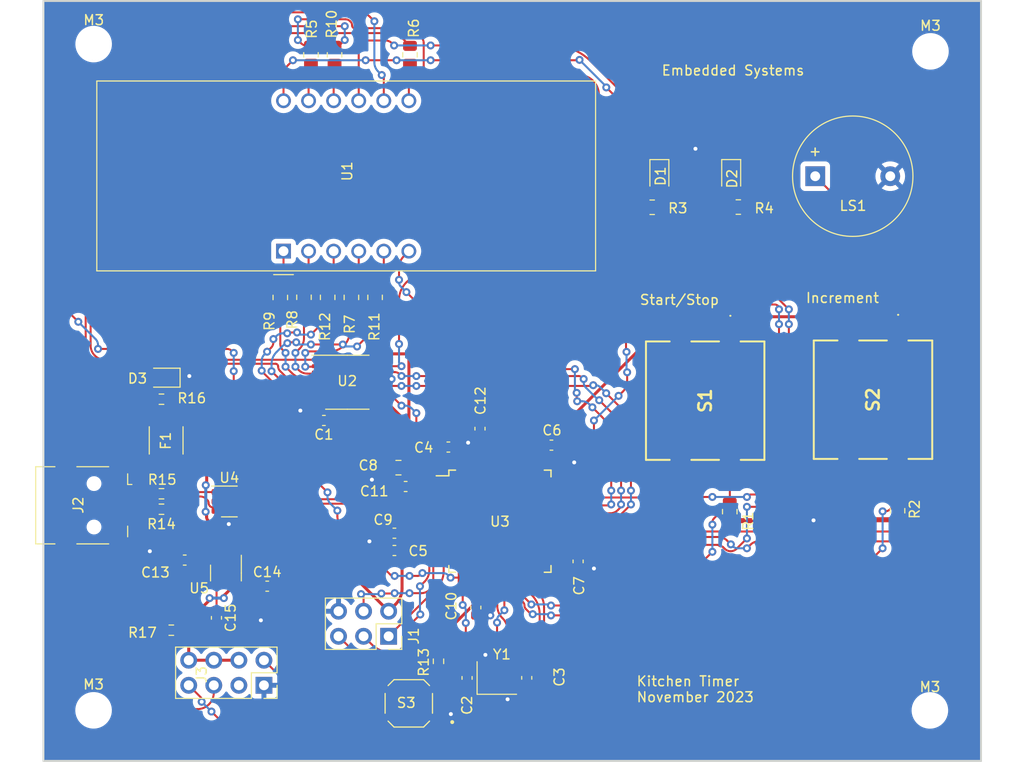
<source format=kicad_pcb>
(kicad_pcb (version 20221018) (generator pcbnew)
  (layers (0 "F.Cu" signal) (31 "B.Cu" signal) (34 "B.Paste" user) (35 "F.Paste" user) (36 "B.SilkS" user "B.Silkscreen") (37 "F.SilkS" user "F.Silkscreen") (38 "B.Mask" user) (39 "F.Mask" user) (44 "Edge.Cuts" user))
  (net 0 "")
  (net 1 "+5V")
  (net 2 "GND")
  (net 3 "XTAL1")
  (net 4 "XTAL2")
  (net 5 "/UCAP")
  (net 6 "/AREF")
  (net 7 "+3.3V")
  (net 8 "Net-(U5-BP)")
  (net 9 "Net-(D1-A)")
  (net 10 "Net-(D2-A)")
  (net 11 "Net-(D3-A)")
  (net 12 "Net-(J2-VBUS)")
  (net 13 "MISO")
  (net 14 "SCK")
  (net 15 "MOSI")
  (net 16 "RST")
  (net 17 "Net-(J2-D-)")
  (net 18 "Net-(J2-D+)")
  (net 20 "unconnected-(J2-Shield-Pad6)")
  (net 21 "TX")
  (net 23 "Net-(J3-Pin_5)")
  (net 24 "RX")
  (net 25 "Buzzer")
  (net 26 "Button_1")
  (net 27 "Button_2")
  (net 28 "RED_LED")
  (net 29 "GREEN_LED")
  (net 30 "a")
  (net 31 "Net-(U1-a)")
  (net 32 "b")
  (net 33 "Net-(U1-b)")
  (net 34 "c")
  (net 35 "Net-(U1-c)")
  (net 36 "d")
  (net 37 "Net-(U1-d)")
  (net 38 "e")
  (net 39 "Net-(U1-e)")
  (net 40 "f")
  (net 41 "Net-(U1-f)")
  (net 42 "g")
  (net 43 "Net-(U1-g)")
  (net 44 "dp")
  (net 45 "Net-(U1-DPX)")
  (net 46 "USB_CONN_D+")
  (net 47 "USB_CONN_D-")
  (net 52 "Dig4")
  (net 53 "Dig3")
  (net 54 "Dig2")
  (net 55 "Dig1")
  (net 57 "SH_CP")
  (net 58 "ST_CP")
  (net 59 "DS")
  (net 60 "USB_D-")
  (net 61 "USB_D+")
  (footprint "Resistor_SMD:R_0603_1608Metric" (layer "F.Cu") (at 106.879342 114.99313)
    (fp_text reference "R14")
    (fp_text value "22")
  )
  (footprint "Resistor_SMD:R_0805_2012Metric" (layer "F.Cu") (at 156.602131 84.396966)
    (fp_text reference "R3")
    (fp_text value "330")
  )
  (footprint "Resistor_SMD:R_0805_2012Metric" (layer "F.Cu") (at 165.330132 84.375411 180)
    (fp_text reference "R4")
    (fp_text value "330")
  )
  (footprint "LED_SMD:LED_0805_2012Metric" (layer "F.Cu") (at 164.606743 81.248003 -90)
    (fp_text reference "D2")
    (fp_text value "LED")
  )
  (footprint "LED_SMD:LED_0805_2012Metric" (layer "F.Cu") (at 157.331776 81.249794 -90)
    (fp_text reference "D1")
    (fp_text value "LED")
  )
  (footprint "Resistor_SMD:R_0603_1608Metric" (layer "F.Cu") (at 107.875802 127.25 180)
    (fp_text reference "R17")
    (fp_text value "10k")
  )
  (footprint "Resistor_SMD:R_0603_1608Metric" (layer "F.Cu") (at 134.950802 130.40117 -90)
    (fp_text reference "R13")
    (fp_text value "10k")
  )
  (footprint "Crystal:Crystal_SMD_Abracon_ABM8G-4Pin_3.2x2.5mm" (layer "F.Cu") (at 140.859998 132.0939)
    (fp_text reference "Y1")
    (fp_text value "16MHz")
  )
  (footprint "Capacitor_SMD:C_0603_1608Metric" (layer "F.Cu") (at 109.234903 120.147281 180)
    (fp_text reference "C13")
    (fp_text value "1uF")
  )
  (footprint "Package_SO:TSSOP-16_4.4x5mm_P0.65mm" (layer "F.Cu") (at 125.712716 102.125)
    (fp_text reference "U2")
    (fp_text value "74HC595")
  )
  (footprint "Connector_USB:USB_Mini-B_Lumberg_2486_01_Horizontal" (layer "F.Cu") (at 100.043708 114.596239 -90)
    (fp_text reference "J2")
    (fp_text value "USB_B_Mini")
  )
  (footprint "Capacitor_SMD:C_0603_1608Metric" (layer "F.Cu") (at 123.337622 106 180)
    (fp_text reference "C1")
    (fp_text value "0.1u")
  )
  (footprint "Resistor_SMD:R_0805_2012Metric" (layer "F.Cu") (at 128.524442 93.526453 90)
    (fp_text reference "R11")
    (fp_text value "100")
  )
  (footprint "Resistor_SMD:R_0805_2012Metric" (layer "F.Cu") (at 122.026593 68.949509 -90)
    (fp_text reference "R5")
    (fp_text value "100")
  )
  (footprint "MountingHole:MountingHole_3.2mm_M3" (layer "F.Cu") (at 100.006843 67.863865)
    (fp_text reference "M3")
    (fp_text value "MountingHole_3.2mm_M3")
  )
  (footprint "Resistor_SMD:R_0805_2012Metric" (layer "F.Cu") (at 121.318532 93.517163 90)
    (fp_text reference "R8")
    (fp_text value "100")
  )
  (footprint "Resistor_SMD:R_0805_2012Metric" (layer "F.Cu") (at 164.462559 115.238242 -90)
    (fp_text reference "R1")
    (fp_text value "10k")
  )
  (footprint "Package_QFP:TQFP-44_10x10mm_P0.8mm" (layer "F.Cu") (at 141.174169 116.205911)
    (fp_text reference "U3")
    (fp_text value "ATmega32U4-A")
  )
  (footprint "LED_SMD:LED_0805_2012Metric" (layer "F.Cu") (at 107.081146 101.663149 180)
    (fp_text reference "D3")
    (fp_text value "LED")
  )
  (footprint "Package_TO_SOT_SMD:SOT-23-6" (layer "F.Cu") (at 113.757258 114.206869)
    (fp_text reference "U4")
    (fp_text value "USBLC6-2SC6")
  )
  (footprint "PTS526_SMD_Button:PTS526_SMD_Button" (layer "F.Cu") (at 131.940042 134.66392 180)
    (fp_text reference "S3")
    (fp_text value "PTS526_SM08_SMTR2_LFS")
  )
  (footprint "PTS125_SMD_Button:PTS125_SMD_Button" (layer "F.Cu") (at 161.97222 103.992033 -90)
    (fp_text reference "S1")
    (fp_text value "PTS125SM43SMTR21M_LFS" hide)
  )
  (footprint "Buzzer_Beeper:Buzzer_12x9.5RM7.6" (layer "F.Cu") (at 173.124042 81.24949)
    (fp_text reference "LS1")
    (fp_text value "Speaker")
  )
  (footprint "Capacitor_SMD:C_0603_1608Metric" (layer "F.Cu") (at 112.450802 126 -90)
    (fp_text reference "C15")
    (fp_text value "10nF")
  )
  (footprint "Capacitor_SMD:C_0603_1608Metric" (layer "F.Cu") (at 135.950293 108.693995 180)
    (fp_text reference "C4")
    (fp_text value "0.1uF")
  )
  (footprint "Resistor_SMD:R_0805_2012Metric" (layer "F.Cu") (at 123.719383 93.526453 90)
    (fp_text reference "R12")
    (fp_text value "100")
  )
  (footprint "Capacitor_SMD:C_0603_1608Metric" (layer "F.Cu") (at 130.482121 119.175537 180)
    (fp_text reference "C5")
    (fp_text value "0.1uF")
  )
  (footprint "Resistor_SMD:R_0805_2012Metric" (layer "F.Cu") (at 124.416263 68.9525 -90)
    (fp_text reference "R10")
    (fp_text value "100")
  )
  (footprint "Resistor_SMD:R_0805_2012Metric" (layer "F.Cu") (at 118.919572 93.535218 90)
    (fp_text reference "R9")
    (fp_text value "100")
  )
  (footprint "Capacitor_SMD:C_0603_1608Metric" (layer "F.Cu") (at 117.594986 122.790992)
    (fp_text reference "C14")
    (fp_text value "2.2uF")
  )
  (footprint "Capacitor_SMD:C_0603_1608Metric" (layer "F.Cu") (at 146.392996 108.5)
    (fp_text reference "C6")
    (fp_text value "0.1uF")
  )
  (footprint "MountingHole:MountingHole_3.2mm_M3" (layer "F.Cu") (at 100 135.370827)
    (fp_text reference "M3")
    (fp_text value "MountingHole_3.2mm_M3")
  )
  (footprint "Connector_PinSocket_2.54mm:PinSocket_2x04_P2.54mm_Vertical" (layer "F.Cu") (at 117.260642 132.833297 -90)
    (fp_text reference "J3")
    (fp_text value "ESP_Conn")
  )
  (footprint "Resistor_SMD:R_0805_2012Metric" (layer "F.Cu") (at 181.462559 115.146966 -90)
    (fp_text reference "R2")
    (fp_text value "10k")
  )
  (footprint "Capacitor_SMD:C_0603_1608Metric" (layer "F.Cu") (at 138.73051 124.953286 -90)
    (fp_text reference "C10")
    (fp_text value "0.1uF")
  )
  (footprint "Fuse:Fuse_1812_4532Metric" (layer "F.Cu") (at 107.354126 108.020077 90)
    (fp_text reference "F1")
    (fp_text value "PTCSMD")
  )
  (footprint "PTS125_SMD_Button:PTS125_SMD_Button" (layer "F.Cu") (at 178.976995 103.895035 -90)
    (fp_text reference "S2")
    (fp_text value "PTS125SM43SMTR21M_LFS" hide)
  )
  (footprint "Capacitor_SMD:C_0603_1608Metric" (layer "F.Cu") (at 139.153772 106.830815 90)
    (fp_text reference "C12")
    (fp_text value "0.1uF")
  )
  (footprint "Capacitor_SMD:C_0603_1608Metric" (layer "F.Cu") (at 130.482121 117.423701 180)
    (fp_text reference "C9")
    (fp_text value "1uF")
  )
  (footprint "Display_7Segment:CA56-12EWA" (layer "F.Cu") (at 119.246287 88.84327 90)
    (fp_text reference "U1")
    (fp_text value "CA56-12EWA")
  )
  (footprint "Capacitor_SMD:C_0603_1608Metric" (layer "F.Cu") (at 137.843533 132.085397 -90)
    (fp_text reference "C2")
    (fp_text value "22p")
  )
  (footprint "Capacitor_SMD:C_0805_2012Metric" (layer "F.Cu") (at 130.892015 110.782174 180)
    (fp_text reference "C8")
    (fp_text value "10uF")
  )
  (footprint "Connector_PinSocket_2.54mm:PinSocket_2x03_P2.54mm_Vertical" (layer "F.Cu") (at 129.899259 127.868989 -90)
    (fp_text reference "J1")
    (fp_text value "AVR-ISP-6")
  )
  (footprint "Package_TO_SOT_SMD:SOT-23-5" (layer "F.Cu") (at 113.411106 121.458719 -90)
    (fp_text reference "U5")
    (fp_text value "LP2985-3.3")
  )
  (footprint "Capacitor_SMD:C_0603_1608Metric" (layer "F.Cu") (at 131.621282 112.691213 180)
    (fp_text reference "C11")
    (fp_text value "0.1uF")
  )
  (footprint "Resistor_SMD:R_0805_2012Metric" (layer "F.Cu") (at 132.059714 68.952133 -90)
    (fp_text reference "R6")
    (fp_text value "100")
  )
  (footprint "MountingHole:MountingHole_3.2mm_M3" (layer "F.Cu") (at 184.739976 135.377021)
    (fp_text reference "M3")
    (fp_text value "MountingHole_3.2mm_M3")
  )
  (footprint "Resistor_SMD:R_0805_2012Metric" (layer "F.Cu") (at 126.12501 93.52955 90)
    (fp_text reference "R7")
    (fp_text value "100")
  )
  (footprint "Resistor_SMD:R_0603_1608Metric" (layer "F.Cu") (at 106.879391 103.845702 180)
    (fp_text reference "R16")
    (fp_text value "1k")
  )
  (footprint "Resistor_SMD:R_0603_1608Metric" (layer "F.Cu") (at 106.881955 113.425875)
    (fp_text reference "R15")
    (fp_text value "22")
  )
  (footprint "Capacitor_SMD:C_0603_1608Metric" (layer "F.Cu") (at 143.891193 132.07854 -90)
    (fp_text reference "C3")
    (fp_text value "22p")
  )
  (footprint "Capacitor_SMD:C_0603_1608Metric" (layer "F.Cu") (at 149.094986 120.278223 -90)
    (fp_text reference "C7")
    (fp_text value "0.1uF")
  )
  (footprint "MountingHole:MountingHole_3.2mm_M3" (layer "F.Cu") (at 184.8 68.6)
    (fp_text reference "M3")
    (fp_text value "MountingHole_3.2mm_M3")
  )
  (gr_line (start 94.920802 63.495) (end 189.920802 63.495) (stroke (width 0.2)) (layer "Edge.Cuts"))
  (gr_line (start 189.920802 140.495) (end 94.920802 140.495) (stroke (width 0.2)) (layer "Edge.Cuts"))
  (gr_line (start 189.920802 63.495) (end 189.920802 140.495) (stroke (width 0.2)) (layer "Edge.Cuts"))
  (gr_line (start 94.920802 140.495) (end 94.920802 63.495) (stroke (width 0.2)) (layer "Edge.Cuts"))
  (gr_text "CADE T." (at 167.64 129.54) (layer "F.Cu") (effects (font (size 1.5 1.5) (thickness 0.3) bold) (justify left bottom)))
  (gr_text "Kitchen Timer\n\n" (at 154.94 134.62) (layer "F.SilkS") (effects (font (size 1 1)) (justify left bottom)))
  (gr_text "Start/Stop" (at 155.26359 94.361741) (layer "F.SilkS") (effects (font (size 1 1)) (justify left bottom)))
  (gr_text "Increment\n" (at 172.096535 94.16973) (layer "F.SilkS") (effects (font (size 1 1)) (justify left bottom)))
  (gr_text "Embedded Systems\n" (at 157.48 71.12) (layer "F.SilkS") (effects (font (size 1 1)) (justify left bottom)))
  (gr_text "November 2023\n" (at 154.94 134.62) (layer "F.SilkS") (effects (font (size 1 1)) (justify left bottom)))
  (segment (start 114.235459 114.034657) (end 114.021164 113.820362) (width 0.3048) (layer "F.Cu") (net 1))
  (segment (start 158.374091 96.842033) (end 159.47222 96.842033) (width 0.3048) (layer "F.Cu") (net 1))
  (segment (start 138.774169 121.378511) (end 138.774169 120.323711) (width 0.3048) (layer "F.Cu") (net 1))
  (segment (start 126.485281 121.915011) (end 129.899259 125.328989) (width 0.3048) (layer "F.Cu") (net 1))
  (segment (start 138.73051 124.049069) (end 138.73051 124.307502) (width 0.3048) (layer "F.Cu") (net 1))
  (segment (start 110.586462 109.114912) (end 107.354126 105.882577) (width 0.3048) (layer "F.Cu") (net 1))
  (segment (start 175.849294 96.117334) (end 176.476995 96.745035) (width 0.3048) (layer "F.Cu") (net 1))
  (segment (start 113.634658 112.798482) (end 113.634658 112.887253) (width 0.3048) (layer "F.Cu") (net 1))
  (segment (start 145.174169 111.083413) (end 145.174169 110.505911) (width 0.3048) (layer "F.Cu") (net 1))
  (segment (start 136.950802 113.939413) (end 136.950802 116.020227) (width 0.3048) (layer "F.Cu") (net 1))
  (segment (start 161.780911 95.489633) (end 174.333889 95.489633) (width 0.3048) (layer "F.Cu") (net 1))
  (segment (start 128.938861 103.75) (end 128.575216 103.75) (width 0.3048) (layer "F.Cu") (net 1))
  (segment (start 111.461176 111.226657) (end 111.461176 112.397447) (width 0.3048) (layer "F.Cu") (net 1))
  (segment (start 138.73051 121.980441) (end 138.73051 124.049069) (width 0.3048) (layer "F.Cu") (net 1))
  (segment (start 130.57819 124.650058) (end 129.899259 125.328989) (width 0.3048) (layer "F.Cu") (net 1))
  (segment (start 156.499468 97.618527) (end 145.617996 108.5) (width 0.3048) (layer "F.Cu") (net 1))
  (segment (start 129.59948 99.25) (end 131.949104 99.25) (width 0.3048) (layer "F.Cu") (net 1))
  (segment (start 114.651214 114.206869) (end 114.894758 114.206869) (width 0.3048) (layer "F.Cu") (net 1))
  (segment (start 111.627578 116.176776) (end 111.955954 116.505152) (width 0.3048) (layer "F.Cu") (net 1))
  (segment (start 160.14842 96.165833) (end 159.47222 96.842033) (width 0.3048) (layer "F.Cu") (net 1))
  (segment (start 111.414336 112.510529) (end 111.367496 112.557369) (width 0.3048) (layer "F.Cu") (net 1))
  (segment (start 139.147097 120.478182) (end 139.496769 120.128511) (width 0.3048) (layer "F.Cu") (net 1))
  (segment (start 107.529258 104.020834) (end 107.704391 103.845702) (width 0.3048) (layer "F.Cu") (net 1))
  (segment (start 136.017299 113.005911) (end 135.474169 113.005911) (width 0.3048) (layer "F.Cu") (net 1))
  (segment (start 112.335889 110.864339) (end 113.185381 111.713831) (width 0.3048) (layer "F.Cu") (net 1))
  (segment (start 131.953202 106.0997) (end 131.953202 99.755794) (width 0.3048) (layer "F.Cu") (net 1))
  (segment (start 131.786421 106.233915) (end 129.559641 104.007135) (width 0.3048) (layer "F.Cu") (net 1))
  (segment (start 138.774169 121.875039) (end 138.774169 121.378511) (width 0.3048) (layer "F.Cu") (net 1))
  (segment (start 111.357758 115.25) (end 111.357758 115.341163) (width 0.3048) (layer "F.Cu") (net 1))
  (segment (start 132.933505 113.005911) (end 135.474169 113.005911) (width 0.3048) (layer "F.Cu") (net 1))
  (segment (start 138.774169 120.323711) (end 138.774169 120.128894) (width 0.3048) (layer "F.Cu") (net 1))
  (segment (start 147.04029 119.503223) (end 149.094986 119.503223) (width 0.3048) (layer "F.Cu") (net 1))
  (segment (start 131.257121 119.175537) (end 132.702874 117.729783) (width 0.3048) (layer "F.Cu") (net 1))
  (segment (start 131.842015 111.74502) (end 131.842015 110.782174) (width 0.3048) (layer "F.Cu") (net 1))
  (segment (start 113.513658 121.336119) (end 113.458844 121.336119) (width 0.3048) (layer "F.Cu") (net 1))
  (segment (start 114.112894 121.087907) (end 114.177796 121.023005) (width 0.3048) (layer "F.Cu") (net 1))
  (segment (start 131.786421 106.233915) (end 131.69726 106.144754) (width 0.3048) (layer "F.Cu") (net 1))
  (segment (start 136.725293 109.739631) (end 136.725293 108.693995) (width 0.3048) (layer "F.Cu") (net 1))
  (segment (start 135.923785 117.005911) (end 135.024552 117.005911) (width 0.3048) (layer "F.Cu") (net 1))
  (segment (start 131.347792 106) (end 124.112622 106) (width 0.3048) (layer "F.Cu") (net 1))
  (segment (start 112.164175 120.147281) (end 110.009903 120.147281) (width 0.3048) (layer "F.Cu") (net 1))
  (segment (start 110.586462 109.114912) (end 112.335889 110.864339) (width 0.3048) (layer "F.Cu") (net 1))
  (segment (start 145.396082 110.283997) (end 145.174169 110.505911) (width 0.3048) (layer "F.Cu") (net 1))
  (segment (start 132.238933 112.533864) (end 132.553631 112.848562) (width 0.3048) (layer "F.Cu") (net 1))
  (segment (start 135.923785 117.005911) (end 135.965118 117.005911) (width 0.3048) (layer "F.Cu") (net 1))
  (segment (start 112.766033 121.049147) (end 112.610659 120.893773) (width 0.3048) (layer "F.Cu") (net 1))
  (segment (start 137.718782 112.235711) (end 144.021871 112.235711) (width 0.3048) (layer "F.Cu") (net 1))
  (segment (start 112.461106 120.198226) (end 112.461106 120.444211) (width 0.3048) (layer "F.Cu") (net 1))
  (segment (start 107.354126 105.882577) (end 107.354126 104.443641) (width 0.3048) (layer "F.Cu") (net 1))
  (segment (start 112.461106 120.198226) (end 112.461106 117.724696) (width 0.3048) (layer "F.Cu") (net 1))
  (segment (start 141.241279 119.405911) (end 146.805359 119.405911) (width 0.3048) (layer "F.Cu") (net 1))
  (segment (start 138.263484 118.895993) (end 136.662102 117.294611) (width 0.3048) (layer "F.Cu") (net 1))
  (segment (start 138.63914 124.528088) (end 135.431543 127.735685) (width 0.3048) (layer "F.Cu") (net 1))
  (segment (start 131.948402 99.254097) (end 131.948402 99.744205) (width 0.3048) (layer "F.Cu") (net 1))
  (segment (start 136.677385 112.732494) (end 136.789069 112.620811) (width 0.3048) (layer "F.Cu") (net 1))
  (segment (start 128.875216 99.55) (end 128.575216 99.85) (width 0.3048) (layer "F.Cu") (net 1))
  (segment (start 134.950802 128.896298) (end 134.950802 129.57617) (width 0.3048) (layer "F.Cu") (net 1))
  (segment (start 131.257121 123.010973) (end 131.257121 119.175537) (width 0.3048) (layer "F.Cu") (net 1))
  (segment (start 145.617996 109.74825) (end 145.617996 108.5) (width 0.3048) (layer "F.Cu") (net 1))
  (segment (start 122.637525 120.321219) (end 114.620344 120.321219) (width 0.3048) (layer "F.Cu") (net 1))
  (segment (start 131.842015 106.36813) (end 131.842015 110.782174) (width 0.3048) (layer "F.Cu") (net 1))
  (segment (start 111.450802 115.565792) (end 111.450802 115.75) (width 0.3048) (layer "F.Cu") (net 1))
  (segment (start 112.461106 120.532719) (end 112.461106 120.444211) (width 0.3048) (layer "F.Cu") (net 1))
  (segment (start 135.024552 117.005911) (end 134.450458 117.005911) (width 0.3048) (layer "F.Cu") (net 1))
  (segment (start 132.119148 112.414079) (end 132.238933 112.533864) (width 0.3048) (layer "F.Cu") (net 1))
  (segment (start 137.174169 110.823314) (end 137.174169 111.691097) (width 0.3048) (layer "F.Cu") (net 1))
  (via (at 111.367496 112.557369) (size 0.8) (drill 0.4) (layers "F.Cu" "B.Cu") (net 1))
  (via (at 111.357758 115.25) (size 0.8) (drill 0.4) (layers "F.Cu" "B.Cu") (net 1))
  (arc (start 175.849294 96.117334) (mid 175.15402 95.652767) (end 174.333889 95.489633) (width 0.3048) (layer "F.Cu") (net 1))
  (arc (start 131.897608 106.233915) (mid 131.856463 106.295493) (end 131.842015 106.36813) (width 0.3048) (layer "F.Cu") (net 1))
  (arc (start 114.620344 120.321219) (mid 114.437035 120.397148) (end 114.361106 120.580457) (width 0.3048) (layer "F.Cu") (net 1))
  (arc (start 131.786421 106.233915) (mid 131.842014 106.256942) (end 131.897608 106.233915) (width 0.3048) (layer "F.Cu") (net 1))
  (arc (start 131.949602 99.2512) (mid 131.948713 99.252529) (end 131.948402 99.254097) (width 0.3048) (layer "F.Cu") (net 1))
  (arc (start 129.559641 104.007135) (mid 129.274824 103.816827) (end 128.938861 103.75) (width 0.3048) (layer "F.Cu") (net 1))
  (arc (start 137.718782 112.235711) (mid 137.215625 112.335795) (end 136.789069 112.620811) (width 0.3048) (layer "F.Cu") (net 1))
  (arc (start 138.73051 124.307502) (mid 138.706763 124.426882) (end 138.63914 124.528088) (width 0.3048) (layer "F.Cu") (net 1))
  (arc (start 107.529258 104.020834) (mid 107.399641 104.214819) (end 107.354126 104.443641) (width 0.3048) (layer "F.Cu") (net 1))
  (arc (start 132.553631 112.848562) (mid 132.727918 112.965017) (end 132.933505 113.005911) (width 0.3048) (layer "F.Cu") (net 1))
  (arc (start 112.766033 121.049147) (mid 113.083897 121.261537) (end 113.458844 121.336119) (width 0.3048) (layer "F.Cu") (net 1))
  (arc (start 136.677385 112.732494) (mid 136.564132 113.00591) (end 136.677385 113.279327) (width 0.3048) (layer "F.Cu") (net 1))
  (arc (start 136.789069 112.620811) (mid 137.074084 112.194254) (end 137.174169 111.691097) (width 0.3048) (layer "F.Cu") (net 1))
  (arc (start 137.174169 111.691097) (mid 137.333682 112.076197) (end 137.718782 112.235711) (width 0.3048) (layer "F.Cu") (net 1))
  (arc (start 112.374137 120.23425) (mid 112.277805 120.169883) (end 112.164175 120.147281) (width 0.3048) (layer "F.Cu") (net 1))
  (arc (start 113.634658 112.887253) (mid 113.735107 113.392248) (end 114.021164 113.820362) (width 0.3048) (layer "F.Cu") (net 1))
  (arc (start 136.949731 110.281473) (mid 137.115839 110.530071) (end 137.174169 110.823314) (width 0.3048) (layer "F.Cu") (net 1))
  (arc (start 141.241279 119.405911) (mid 140.297157 119.593708) (end 139.496769 120.128511) (width 0.3048) (layer "F.Cu") (net 1))
  (arc (start 112.461106 120.532719) (mid 112.499973 120.72812) (end 112.610659 120.893773) (width 0.3048) (layer "F.Cu") (net 1))
  (arc (start 158.374091 96.842033) (mid 157.359552 97.043837) (end 156.499468 97.618527) (width 0.3048) (layer "F.Cu") (net 1))
  (arc (start 131.948402 99.744205) (mid 131.949025 99.747341) (end 131.950802 99.75) (width 0.3048) (layer "F.Cu") (net 1))
  (arc (start 146.922825 119.454567) (mid 146.976718 119.490577) (end 147.04029 119.503223) (width 0.3048) (layer "F.Cu") (net 1))
  (arc (start 135.965118 117.005911) (mid 136.342323 116.93088) (end 136.662102 116.717211) (width 0.3048) (layer "F.Cu") (net 1))
  (arc (start 145.174169 111.083413) (mid 145.086455 111.524378) (end 144.836669 111.898211) (width 0.3048) (layer "F.Cu") (net 1))
  (arc (start 131.950802 99.75) (mid 131.952578 99.752658) (end 131.953202 99.755794) (width 0.3048) (layer "F.Cu") (net 1))
  (arc (start 113.185381 111.713831) (mid 113.517894 112.211473) (end 113.634658 112.798482) (width 0.3048) (layer "F.Cu") (net 1))
  (arc (start 131.953202 106.0997) (mid 131.938753 106.172336) (end 131.897608 106.233915) (width 0.3048) (layer "F.Cu") (net 1))
  (arc (start 135.431543 127.735685) (mid 135.075742 128.268178) (end 134.950802 128.896298) (width 0.3048) (layer "F.Cu") (net 1))
  (arc (start 139.147097 120.478182) (mid 138.871089 120.891256) (end 138.774169 121.378511) (width 0.3048) (layer "F.Cu") (net 1))
  (arc (start 131.842015 111.74502) (mid 131.914039 112.107112) (end 132.119148 112.414079) (width 0.3048) (layer "F.Cu") (net 1))
  (arc (start 138.263484 118.895993) (mid 138.641446 119.461653) (end 138.774169 120.128894) (width 0.3048) (layer "F.Cu") (net 1))
  (arc (start 161.780911 95.489633) (mid 160.897413 95.665371) (end 160.14842 96.165833) (width 0.3048) (layer "F.Cu") (net 1))
  (arc (start 144.836669 111.898211) (mid 144.462836 112.147997) (end 144.021871 112.235711) (width 0.3048) (layer "F.Cu") (net 1))
  (arc (start 111.955954 116.505152) (mid 112.329821 117.064683) (end 112.461106 117.724696) (width 0.3048) (layer "F.Cu") (net 1))
  (arc (start 134.450458 117.005911) (mid 133.504672 117.194039) (end 132.702874 117.729783) (width 0.3048) (layer "F.Cu") (net 1))
  (arc (start 114.361106 120.580457) (mid 114.313465 120.819962) (end 114.177796 121.023005) (width 0.3048) (layer "F.Cu") (net 1))
  (arc (start 131.786421 106.233915) (mid 131.786421 106.233915) (end 131.786421 106.233915) (width 0.3048) (layer "F.Cu") (net 1))
  (arc (start 138.752339 121.92774) (mid 138.736183 121.951919) (end 138.73051 121.980441) (width 0.3048) (layer "F.Cu") (net 1))
  (arc (start 136.677385 113.279327) (mid 136.879743 113.582177) (end 136.950802 113.939413) (width 0.3048) (layer "F.Cu") (net 1))
  (arc (start 131.949602 99.2512) (mid 131.949754 99.250433) (end 131.949104 99.25) (width 0.3048) (layer "F.Cu") (net 1))
  (arc (start 114.112894 121.087907) (mid 113.837962 121.27161) (end 113.513658 121.336119) (width 0.3048) (layer "F.Cu") (net 1))
  (arc (start 136.662102 117.294611) (mid 136.342323 117.080941) (end 135.965118 117.005911) (width 0.3048) (layer "F.Cu") (net 1))
  (arc (start 131.257121 123.010973) (mid 131.080672 123.898039) (end 130.57819 124.650058) (width 0.3048) (layer "F.Cu") (net 1))
  (arc (start 129.59948 99.25) (mid 129.207511 99.327967) (end 128.875216 99.55) (width 0.3048) (layer "F.Cu") (net 1))
  (arc (start 111.450802 115.75) (mid 111.496744 115.980969) (end 111.627578 116.176776) (width 0.3048) (layer "F.Cu") (net 1))
  (arc (start 131.842015 106.36813) (mid 131.827566 106.295493) (end 131.786421 106.233915) (width 0.3048) (layer "F.Cu") (net 1))
  (arc (start 146.922825 119.454567) (mid 146.868931 119.418556) (end 146.805359 119.405911) (width 0.3048) (layer "F.Cu") (net 1))
  (arc (start 138.774169 120.323711) (mid 138.909025 120.525537) (end 139.147097 120.478182) (width 0.3048) (layer "F.Cu") (net 1))
  (arc (start 114.235459 114.034657) (mid 114.426209 114.162112) (end 114.651214 114.206869) (width 0.3048) (layer "F.Cu") (net 1))
  (arc (start 111.461176 112.397447) (mid 111.449002 112.458646) (end 111.414336 112.510529) (width 0.3048) (layer "F.Cu") (net 1))
  (arc (start 112.461106 120.444211) (mid 112.438503 120.330581) (end 112.374137 120.23425) (width 0.3048) (layer "F.Cu") (net 1))
  (arc (start 136.017299 113.005911) (mid 136.374535 112.934852) (end 136.677385 112.732494) (width 0.3048) (layer "F.Cu") (net 1))
  (arc (start 138.774169 121.875039) (mid 138.768495 121.90356) (end 138.752339 121.92774) (width 0.3048) (layer "F.Cu") (net 1))
  (arc (start 112.335889 110.864339) (mid 111.777485 110.753265) (end 111.461176 111.226657) (width 0.3048) (layer "F.Cu") (net 1))
  (arc (start 111.40428 115.453478) (mid 111.438711 115.505008) (end 111.450802 115.565792) (width 0.3048) (layer "F.Cu") (net 1))
  (arc (start 136.950802 116.020227) (mid 136.875771 116.397432) (end 136.662102 116.717211) (width 0.3048) (layer "F.Cu") (net 1))
  (arc (start 145.617996 109.74825) (mid 145.560322 110.038194) (end 145.396082 110.283997) (width 0.3048) (layer "F.Cu") (net 1))
  (arc (start 136.662102 116.717211) (mid 136.542518 117.005911) (end 136.662102 117.294611) (width 0.3048) (layer "F.Cu") (net 1))
  (arc (start 126.485281 121.915011) (mid 124.719915 120.735432) (end 122.637525 120.321219) (width 0.3048) (layer "F.Cu") (net 1))
  (arc (start 136.677385 113.279327) (mid 136.374535 113.076969) (end 136.017299 113.005911) (width 0.3048) (layer "F.Cu") (net 1))
  (arc (start 112.374137 120.23425) (mid 112.429656 120.245293) (end 112.461106 120.198226) (width 0.3048) (layer "F.Cu") (net 1))
  (arc (start 111.357758 115.341163) (mid 111.369848 115.401947) (end 111.40428 115.453478) (width 0.3048) (layer "F.Cu") (net 1))
  (arc (start 131.69726 106.144754) (mid 131.536922 106.03762) (end 131.347792 106) (width 0.3048) (layer "F.Cu") (net 1))
  (arc (start 136.725293 109.739631) (mid 136.783622 110.032873) (end 136.949731 110.281473) (width 0.3048) (layer "F.Cu") (net 1))
  (arc (start 111.461176 111.226657) (mid 111.233845 110.083789) (end 110.586462 109.114912) (width 0.3048) (layer "F.Cu") (net 1))
  (segment (start 111.357758 115.25) (end 111.362627 115.245131) (width 0.3048) (layer "B.Cu") (net 1))
  (segment (start 111.367496 112.557369) (end 111.367496 115.233376) (width 0.3048) (layer "B.Cu") (net 1))
  (arc (start 111.367496 115.233376) (mid 111.36623 115.239737) (end 111.362627 115.245131) (width 0.3048) (layer "B.Cu") (net 1))
  (segment (start 172.980536 116.089307) (end 172.950695 116.119148) (width 0.508) (layer "F.Cu") (net 2))
  (segment (start 117.660394 123.500584) (end 118.369986 122.790992) (width 0.508) (layer "F.Cu") (net 2))
  (segment (start 137.950802 108.25) (end 137.950802 110.466021) (width 0.508) (layer "F.Cu") (net 2))
  (segment (start 113.778258 116.367774) (end 113.778258 114.8395) (width 0.508) (layer "F.Cu") (net 2))
  (segment (start 150.67419 121.026611) (end 150.700802 121) (width 0.508) (layer "F.Cu") (net 2))
  (segment (start 136.200802 135.75) (end 135.612541 136.33826) (width 0.508) (layer "F.Cu") (net 2))
  (segment (start 116.950802 125.21369) (end 116.950802 126.25) (width 0.508) (layer "F.Cu") (net 2))
  (segment (start 137.962485 110.494227) (end 137.974169 110.505911) (width 0.508) (layer "F.Cu") (net 2))
  (segment (start 173.052578 116.059466) (end 181.462559 116.059466) (width 0.508) (layer "F.Cu") (net 2))
  (segment (start 137.950802 107.754392) (end 137.950802 108.25) (width 0.508) (layer "F.Cu") (net 2))
  (segment (start 133.151703 115.405911) (end 135.474169 115.405911) (width 0.508) (layer "F.Cu") (net 2))
  (segment (start 163.717587 80.310503) (end 164.606743 80.310503) (width 0.508) (layer "F.Cu") (net 2))
  (segment (start 116.688302 126.5125) (end 116.950802 126.25) (width 0.508) (layer "F.Cu") (net 2))
  (segment (start 137.950802 108.25) (end 137.708299 108.007497) (width 0.508) (layer "F.Cu") (net 2))
  (segment (start 147.167996 108.608597) (end 147.167996 108.5) (width 0.508) (layer "F.Cu") (net 2))
  (segment (start 130.200802 101.8) (end 128.575216 101.8) (width 0.381) (layer "F.Cu") (net 2))
  (segment (start 141.899185 106.772927) (end 143.929398 108.80314) (width 0.508) (layer "F.Cu") (net 2))
  (segment (start 160.986599 78.46867) (end 162.199704 79.681775) (width 0.508) (layer "F.Cu") (net 2))
  (segment (start 135.639793 108.229495) (end 135.175293 108.693995) (width 0.508) (layer "F.Cu") (net 2))
  (segment (start 109.619227 101.581574) (end 109.700802 101.5) (width 0.508) (layer "F.Cu") (net 2))
  (segment (start 138.301249 106.908337) (end 139.153772 106.055815) (width 0.508) (layer "F.Cu") (net 2))
  (segment (start 129.29173 119.175537) (end 129.707121 119.175537) (width 0.508) (layer "F.Cu") (net 2))
  (segment (start 113.700802 116.5) (end 113.73953 116.461272) (width 0.508) (layer "F.Cu") (net 2))
  (segment (start 139.574169 122.595814) (end 139.574169 121.905911) (width 0.508) (layer "F.Cu") (net 2))
  (segment (start 172.934898 116.134945) (end 172.950695 116.119148) (width 0.508) (layer "F.Cu") (net 2))
  (segment (start 129.380776 112.691213) (end 130.846282 112.691213) (width 0.508) (layer "F.Cu") (net 2))
  (segment (start 128.200802 112) (end 129.233582 110.967219) (width 0.508) (layer "F.Cu") (net 2))
  (segment (start 139.64648 131.310397) (end 137.843533 131.310397) (width 0.508) (layer "F.Cu") (net 2))
  (segment (start 139.7304 129.779598) (end 139.700802 129.75) (width 0.508) (layer "F.Cu") (net 2))
  (segment (start 113.411106 116.994542) (end 113.411106 120.321219) (width 0.508) (layer "F.Cu") (net 2))
  (segment (start 109.422289 101.663149) (end 108.018646 101.663149) (width 0.508) (layer "F.Cu") (net 2))
  (segment (start 129.680321 110.782174) (end 129.942015 110.782174) (width 0.508) (layer "F.Cu") (net 2))
  (segment (start 129.707121 117.423701) (end 129.242111 117.423701) (width 0.508) (layer "F.Cu") (net 2))
  (segment (start 135.188462 136.51392) (end 134.940042 136.51392) (width 0.508) (layer "F.Cu") (net 2))
  (segment (start 113.700802 116.5) (end 113.555954 116.644848) (width 0.508) (layer "F.Cu") (net 2))
  (segment (start 140.200802 125.75) (end 138.767578 125.75) (width 0.508) (layer "F.Cu") (net 2))
  (segment (start 158.237375 80.312294) (end 157.331776 80.312294) (width 0.508) (layer "F.Cu") (net 2))
  (segment (start 121.975066 104.4) (end 122.850216 104.4) (width 0.381) (layer "F.Cu") (net 2))
  (segment (start 150.609944 121.053223) (end 149.094986 121.053223) (width 0.508) (layer "F.Cu") (net 2))
  (segment (start 102.777884 116.327082) (end 105.700802 119.25) (width 0.508) (layer "F.Cu") (net 2))
  (segment (start 147.297825 120.629567) (end 146.874169 120.205911) (width 0.508) (layer "F.Cu") (net 2))
  (segment (start 141.950802 134.25) (end 141.9554 134.245402) (width 0.508) (layer "F.Cu") (net 2))
  (segment (start 140.167922 106.055815) (end 139.153772 106.055815) (width 0.508) (layer "F.Cu") (net 2))
  (segment (start 148.700802 110.314639) (end 148.700802 110.25) (width 0.508) (layer "F.Cu") (net 2))
  (segment (start 128.448289 117.752512) (end 127.950802 118.25) (width 0.508) (layer "F.Cu") (net 2))
  (segment (start 140.200802 124.10864) (end 140.200802 125.75) (width 0.508) (layer "F.Cu") (net 2))
  (segment (start 144.374169 109.876911) (end 144.374169 110.505911) (width 0.508) (layer "F.Cu") (net 2))
  (segment (start 120.950802 105) (end 121.256712 105) (width 0.508) (layer "F.Cu") (net 2))
  (segment (start 129.707121 117.423701) (end 130.716016 116.414806) (width 0.508) (layer "F.Cu") (net 2))
  (segment (start 139.759998 129.851053) (end 139.759998 131.196879) (width 0.508) (layer "F.Cu") (net 2))
  (segment (start 141.959998 133.007794) (end 141.959998 134.234301) (width 0.508) (layer "F.Cu") (net 2))
  (segment (start 148.320621 121.053223) (end 149.094986 121.053223) (width 0.508) (layer "F.Cu") (net 2))
  (segment (start 136.761195 107.764995) (end 137.122846 107.764995) (width 0.508) (layer "F.Cu") (net 2))
  (segment (start 128.200802 112) (end 128.546408 112.345606) (width 0.508) (layer "F.Cu") (net 2))
  (segment (start 148.655095 110.424984) (end 146.874169 112.205911) (width 0.508) (layer "F.Cu") (net 2))
  (segment (start 113.145626 114.206869) (end 112.619758 114.206869) (width 0.508) (layer "F.Cu") (net 2))
  (segment (start 107.232556 120.147281) (end 108.459903 120.147281) (width 0.508) (layer "F.Cu") (net 2))
  (segment (start 160.986599 78.46867) (end 159.78333 79.671938) (width 0.508) (layer "F.Cu") (net 2))
  (segment (start 106.149442 119.69864) (end 105.700802 119.25) (width 0.508) (layer "F.Cu") (net 2))
  (segment (start 147.244785 108.793983) (end 148.700802 110.25) (width 0.508) (layer "F.Cu") (net 2))
  (segment (start 121.778933 105.216311) (end 122.562622 106) (width 0.508) (layer "F.Cu") (net 2))
  (segment (start 121.250802 104.7) (end 120.950802 105) (width 0.381) (layer "F.Cu") (net 2))
  (segment (start 116.05457 126.775) (end 112.450802 126.775) (width 0.508) (layer "F.Cu") (net 2))
  (segment (start 172.89676 116.150742) (end 164.462559 116.150742) (width 0.508) (layer "F.Cu") (net 2))
  (segment (start 127.950802 118.25) (end 128.582613 118.881811) (width 0.508) (layer "F.Cu") (net 2))
  (segment (start 138.741367 125.739143) (end 138.73051 125.728286) (width 0.508) (layer "F.Cu") (net 2))
  (segment (start 142.114252 132.85354) (end 143.891193 132.85354) (width 0.508) (layer "F.Cu") (net 2))
  (segment (start 102.743708 116.244572) (end 102.743708 116.196239) (width 0.508) (layer "F.Cu") (net 2))
  (via (at 150.700802 121) (size 0.8) (drill 0.4) (layers "F.Cu" "B.Cu") (net 2))
  (via (at 148.700802 110.25) (size 0.8) (drill 0.4) (layers "F.Cu" "B.Cu") (net 2))
  (via (at 113.700802 116.5) (size 0.8) (drill 0.4) (layers "F.Cu" "B.Cu") (net 2))
  (via (at 128.200802 112) (size 0.8) (drill 0.4) (layers "F.Cu" "B.Cu") (net 2))
  (via (at 130.200802 101.8) (size 0.8) (drill 0.4) (layers "F.Cu" "B.Cu") (net 2))
  (via (at 137.950802 108.25) (size 0.8) (drill 0.4) (layers "F.Cu" "B.Cu") (net 2))
  (via (at 109.700802 101.5) (size 0.8) (drill 0.4) (layers "F.Cu" "B.Cu") (net 2))
  (via (at 141.950802 134.25) (size 0.8) (drill 0.4) (layers "F.Cu" "B.Cu") (net 2))
  (via (at 136.200802 135.75) (size 0.8) (drill 0.4) (layers "F.Cu" "B.Cu") (net 2))
  (via (at 127.950802 118.25) (size 0.8) (drill 0.4) (layers "F.Cu" "B.Cu") (net 2))
  (via (at 140.200802 125.75) (size 0.8) (drill 0.4) (layers "F.Cu" "B.Cu") (net 2))
  (via (at 116.950802 126.25) (size 0.8) (drill 0.4) (layers "F.Cu" "B.Cu") (net 2))
  (via (at 120.950802 105) (size 0.8) (drill 0.4) (layers "F.Cu" "B.Cu") (net 2))
  (via (at 139.700802 129.75) (size 0.8) (drill 0.4) (layers "F.Cu" "B.Cu") (net 2))
  (via (at 160.986599 78.46867) (size 0.8) (drill 0.4) (layers "F.Cu" "B.Cu") (net 2))
  (via (at 172.950695 116.119148) (size 0.8) (drill 0.4) (layers "F.Cu" "B.Cu") (net 2))
  (via (at 105.700802 119.25) (size 0.8) (drill 0.4) (layers "F.Cu" "B.Cu") (net 2))
  (arc (start 138.741367 125.739143) (mid 138.753392 125.747178) (end 138.767578 125.75) (width 0.508) (layer "F.Cu") (net 2))
  (arc (start 109.619227 101.581574) (mid 109.528871 101.641948) (end 109.422289 101.663149) (width 0.508) (layer "F.Cu") (net 2))
  (arc (start 159.78333 79.671938) (mid 159.07404 80.14587) (end 158.237375 80.312294) (width 0.508) (layer "F.Cu") (net 2))
  (arc (start 113.555954 116.644848) (mid 113.44875 116.805288) (end 113.411106 116.994542) (width 0.508) (layer "F.Cu") (net 2))
  (arc (start 148.700802 110.314639) (mid 148.688923 110.374357) (end 148.655095 110.424984) (width 0.508) (layer "F.Cu") (net 2))
  (arc (start 150.67419 121.026611) (mid 150.644713 121.046306) (end 150.609944 121.053223) (width 0.508) (layer "F.Cu") (net 2))
  (arc (start 172.934898 116.134945) (mid 172.9174 116.146636) (end 172.89676 116.150742) (width 0.508) (layer "F.Cu") (net 2))
  (arc (start 102.743708 116.244572) (mid 102.75259 116.289226) (end 102.777884 116.327082) (width 0.508) (layer "F.Cu") (net 2))
  (arc (start 173.052578 116.059466) (mid 173.013589 116.067221) (end 172.980536 116.089307) (width 0.508) (layer "F.Cu") (net 2))
  (arc (start 142.005178 132.89872) (mid 141.971739 132.948763) (end 141.959998 133.007794) (width 0.508) (layer "F.Cu") (net 2))
  (arc (start 129.242111 117.423701) (mid 128.812497 117.509156) (end 128.448289 117.752512) (width 0.508) (layer "F.Cu") (net 2))
  (arc (start 142.114252 132.85354) (mid 142.055221 132.865281) (end 142.005178 132.89872) (width 0.508) (layer "F.Cu") (net 2))
  (arc (start 116.688302 126.5125) (mid 116.397543 126.706778) (end 116.05457 126.775) (width 0.508) (layer "F.Cu") (net 2))
  (arc (start 121.975066 104.4) (mid 121.583097 104.477967) (end 121.250802 104.7) (width 0.381) (layer "F.Cu") (net 2))
  (arc (start 133.151703 115.405911) (mid 131.833518 115.668114) (end 130.716016 116.414806) (width 0.508) (layer "F.Cu") (net 2))
  (arc (start 117.660394 123.500584) (mid 117.135218 124.286563) (end 116.950802 125.21369) (width 0.508) (layer "F.Cu") (net 2))
  (arc (start 139.887485 123.352227) (mid 140.119373 123.699272) (end 140.200802 124.10864) (width 0.508) (layer "F.Cu") (net 2))
  (arc (start 147.167996 108.608597) (mid 147.187952 108.708927) (end 147.244785 108.793983) (width 0.508) (layer "F.Cu") (net 2))
  (arc (start 141.899185 106.772927) (mid 141.104875 106.242186) (end 140.167922 106.055815) (width 0.508) (layer "F.Cu") (net 2))
  (arc (start 136.761195 107.764995) (mid 136.154296 107.885714) (end 135.639793 108.229495) (width 0.508) (layer "F.Cu") (net 2))
  (arc (start 137.708299 108.007497) (mid 137.439691 107.828019) (end 137.122846 107.764995) (width 0.508) (layer "F.Cu") (net 2))
  (arc (start 106.149442 119.69864) (mid 106.646379 120.030683) (end 107.232556 120.147281) (width 0.508) (layer "F.Cu") (net 2))
  (arc (start 113.592964 114.392162) (mid 113.387723 114.255025) (end 113.145626 114.206869) (width 0.508) (layer "F.Cu") (net 2))
  (arc (start 141.959998 134.234301) (mid 141.958803 134.240308) (end 141.9554 134.245402) (width 0.508) (layer "F.Cu") (net 2))
  (arc (start 128.582613 118.881811) (mid 128.907958 119.0992) (end 129.29173 119.175537) (width 0.508) (layer "F.Cu") (net 2))
  (arc (start 135.612541 136.33826) (mid 135.417972 136.468267) (end 135.188462 136.51392) (width 0.508) (layer "F.Cu") (net 2))
  (arc (start 139.7304 129.779598) (mid 139.752305 129.812382) (end 139.759998 129.851053) (width 0.508) (layer "F.Cu") (net 2))
  (arc (start 137.950802 110.466021) (mid 137.953838 110.481286) (end 137.962485 110.494227) (width 0.508) (layer "F.Cu") (net 2))
  (arc (start 121.778933 105.216311) (mid 121.539335 105.056217) (end 121.256712 105) (width 0.508) (layer "F.Cu") (net 2))
  (arc (start 113.592964 114.392162) (mid 113.730101 114.597402) (end 113.778258 114.8395) (width 0.508) (layer "F.Cu") (net 2))
  (arc (start 162.199704 79.681775) (mid 162.896114 80.147101) (end 163.717587 80.310503) (width 0.508) (layer "F.Cu") (net 2))
  (arc (start 147.297825 120.629567) (mid 147.767087 120.943118) (end 148.320621 121.053223) (width 0.508) (layer "F.Cu") (net 2))
  (arc (start 139.726749 131.277148) (mid 139.689921 131.301755) (end 139.64648 131.310397) (width 0.508) (layer "F.Cu") (net 2))
  (arc (start 139.759998 131.196879) (mid 139.751356 131.24032) (end 139.726749 131.277148) (width 0.508) (layer "F.Cu") (net 2))
  (arc (start 128.546408 112.345606) (mid 128.929219 112.601392) (end 129.380776 112.691213) (width 0.508) (layer "F.Cu") (net 2))
  (arc (start 138.301249 106.908337) (mid 138.04188 107.29651) (end 137.950802 107.754392) (width 0.508) (layer "F.Cu") (net 2))
  (arc (start 113.778258 116.367774) (mid 113.768192 116.418374) (end 113.73953 116.461272) (width 0.508) (layer "F.Cu") (net 2))
  (arc (start 139.574169 122.595814) (mid 139.655597 123.005182) (end 139.887485 123.352227) (width 0.508) (layer "F.Cu") (net 2))
  (arc (start 129.680321 110.782174) (mid 129.438547 110.830265) (end 129.233582 110.967219) (width 0.508) (layer "F.Cu") (net 2))
  (arc (start 143.929398 108.80314) (mid 144.258576 109.29579) (end 144.374169 109.876911) (width 0.508) (layer "F.Cu") (net 2))
  (segment (start 139.809998 132.9439) (end 139.709998 132.9439) (width 0.2032) (layer "F.Cu") (net 3))
  (segment (start 139.895353 132.908544) (end 140.372006 132.431891) (width 0.2032) (layer "F.Cu") (net 3))
  (segment (start 141.623705 123.626516) (end 141.623705 125.229797) (width 0.2032) (layer "F.Cu") (net 3))
  (segment (start 141.174169 122.541241) (end 141.174169 121.905911) (width 0.2032) (layer "F.Cu") (net 3))
  (segment (start 140.884015 131.195793) (end 140.884015 126.479538) (width 0.2032) (layer "F.Cu") (net 3))
  (segment (start 137.885284 132.902148) (end 137.843533 132.860397) (width 0.2032) (layer "F.Cu") (net 3))
  (segment (start 139.709998 132.9439) (end 137.986081 132.9439) (width 0.2032) (layer "F.Cu") (net 3))
  (via (at 140.884015 126.479538) (size 0.8) (drill 0.4) (layers "F.Cu" "B.Cu") (net 3))
  (via (at 141.623705 125.229797) (size 0.8) (drill 0.4) (layers "F.Cu" "B.Cu") (net 3))
  (arc (start 137.885284 132.902148) (mid 137.93153 132.933049) (end 137.986081 132.9439) (width 0.2032) (layer "F.Cu") (net 3))
  (arc (start 139.895353 132.908544) (mid 139.856191 132.934711) (end 139.809998 132.9439) (width 0.2032) (layer "F.Cu") (net 3))
  (arc (start 141.398937 123.083879) (mid 141.565289 123.332843) (end 141.623705 123.626516) (width 0.2032) (layer "F.Cu") (net 3))
  (arc (start 141.174169 122.541241) (mid 141.232584 122.834914) (end 141.398937 123.083879) (width 0.2032) (layer "F.Cu") (net 3))
  (arc (start 140.884015 131.195793) (mid 140.750948 131.864764) (end 140.372006 132.431891) (width 0.2032) (layer "F.Cu") (net 3))
  (segment (start 141.064345 125.789156) (end 141.623705 125.229797) (width 0.2032) (layer "B.Cu") (net 3))
  (segment (start 140.884015 126.224512) (end 140.884015 126.479538) (width 0.2032) (layer "B.Cu") (net 3))
  (arc (start 141.064345 125.789156) (mid 140.930881 125.988899) (end 140.884015 126.224512) (width 0.2032) (layer "B.Cu") (net 3))
  (segment (start 141.959998 131.2439) (end 143.789381 131.2439) (width 0.2032) (layer "F.Cu") (net 4))
  (segment (start 140.374169 122.485593) (end 140.374169 121.905911) (width 0.2032) (layer "F.Cu") (net 4))
  (segment (start 143.861373 131.27372) (end 143.891193 131.30354) (width 0.2032) (layer "F.Cu") (net 4))
  (segment (start 141.959998 127.305429) (end 141.959998 131.2439) (width 0.2032) (layer "F.Cu") (net 4))
  (segment (start 140.902402 123.760861) (end 140.902402 124.752166) (width 0.2032) (layer "F.Cu") (net 4))
  (arc (start 140.374169 122.485593) (mid 140.44281 122.830678) (end 140.638285 123.123227) (width 0.2032) (layer "F.Cu") (net 4))
  (arc (start 141.4312 126.028798) (mid 141.822567 126.614521) (end 141.959998 127.305429) (width 0.2032) (layer "F.Cu") (net 4))
  (arc (start 140.638285 123.123227) (mid 140.83376 123.415776) (end 140.902402 123.760861) (width 0.2032) (layer "F.Cu") (net 4))
  (arc (start 140.902402 124.752166) (mid 141.039832 125.443074) (end 141.4312 126.028798) (width 0.2032) (layer "F.Cu") (net 4))
  (arc (start 143.861373 131.27372) (mid 143.828342 131.251649) (end 143.789381 131.2439) (width 0.2032) (layer "F.Cu") (net 4))
  (segment (start 131.866016 116.814806) (end 131.257121 117.423701) (width 0.2032) (layer "F.Cu") (net 5))
  (segment (start 133.336018 116.205911) (end 135.474169 116.205911) (width 0.2032) (layer "F.Cu") (net 5))
  (arc (start 133.336018 116.205911) (mid 132.540458 116.364157) (end 131.866016 116.814806) (width 0.2032) (layer "F.Cu") (net 5))
  (segment (start 138.96397 107.795616) (end 139.153772 107.605815) (width 0.2032) (layer "F.Cu") (net 6))
  (segment (start 138.774169 108.253837) (end 138.774169 110.505911) (width 0.2032) (layer "F.Cu") (net 6))
  (arc (start 138.96397 107.795616) (mid 138.823496 108.005849) (end 138.774169 108.253837) (width 0.2032) (layer "F.Cu") (net 6))
  (segment (start 112.180642 130.293297) (end 114.720642 130.293297) (width 0.3048) (layer "F.Cu") (net 7))
  (segment (start 109.170722 127.71992) (end 108.700802 127.25) (width 0.3048) (layer "F.Cu") (net 7))
  (segment (start 114.693604 122.790992) (end 116.819986 122.790992) (width 0.3048) (layer "F.Cu") (net 7))
  (segment (start 108.700802 127.25) (end 111.692549 124.258252) (width 0.3048) (layer "F.Cu") (net 7))
  (segment (start 113.200802 124) (end 113.200802 123.878261) (width 0.3048) (layer "F.Cu") (net 7))
  (segment (start 109.640642 128.854407) (end 109.640642 130.293297) (width 0.3048) (layer "F.Cu") (net 7))
  (segment (start 112.180642 130.293297) (end 109.640642 130.293297) (width 0.3048) (layer "F.Cu") (net 7))
  (segment (start 114.263719 122.693605) (end 113.286884 123.67044) (width 0.3048) (layer "F.Cu") (net 7))
  (segment (start 111.760006 124.095398) (end 111.760006 124) (width 0.3048) (layer "F.Cu") (net 7))
  (via (at 113.200802 124) (size 0.8) (drill 0.4) (layers "F.Cu" "B.Cu") (net 7))
  (via (at 111.760006 124) (size 0.8) (drill 0.4) (layers "F.Cu" "B.Cu") (net 7))
  (arc (start 114.458492 122.693605) (mid 114.361105 122.653266) (end 114.263719 122.693605) (width 0.3048) (layer "F.Cu") (net 7))
  (arc (start 113.286884 123.67044) (mid 113.223173 123.765789) (end 113.200802 123.878261) (width 0.3048) (layer "F.Cu") (net 7))
  (arc (start 109.170722 127.71992) (mid 109.518513 128.240427) (end 109.640642 128.854407) (width 0.3048) (layer "F.Cu") (net 7))
  (arc (start 111.760006 124.095398) (mid 111.742474 124.183534) (end 111.692549 124.258252) (width 0.3048) (layer "F.Cu") (net 7))
  (arc (start 114.458492 122.693605) (mid 114.566362 122.765681) (end 114.693604 122.790992) (width 0.3048) (layer "F.Cu") (net 7))
  (segment (start 113.200802 124) (end 111.760006 124) (width 0.3048) (layer "B.Cu") (net 7))
  (segment (start 112.455954 125.219848) (end 112.450802 125.225) (width 0.2032) (layer "F.Cu") (net 8))
  (segment (start 112.461106 125.207409) (end 112.461106 122.596219) (width 0.2032) (layer "F.Cu") (net 8))
  (arc (start 112.461106 125.207409) (mid 112.459767 125.214141) (end 112.455954 125.219848) (width 0.2032) (layer "F.Cu") (net 8))
  (segment (start 157.514631 82.499447) (end 157.514631 84.396966) (width 0.2032) (layer "F.Cu") (net 9))
  (segment (start 157.423203 82.278721) (end 157.331776 82.187294) (width 0.2032) (layer "F.Cu") (net 9))
  (arc (start 157.423203 82.278721) (mid 157.490869 82.379991) (end 157.514631 82.499447) (width 0.2032) (layer "F.Cu") (net 9))
  (segment (start 164.417632 82.508335) (end 164.417632 84.375411) (width 0.2032) (layer "F.Cu") (net 10))
  (segment (start 164.512187 82.280058) (end 164.606743 82.185503) (width 0.2032) (layer "F.Cu") (net 10))
  (arc (start 164.512187 82.280058) (mid 164.442206 82.384792) (end 164.417632 82.508335) (width 0.2032) (layer "F.Cu") (net 10))
  (segment (start 106.099018 101.707776) (end 106.143646 101.663149) (width 0.2032) (layer "F.Cu") (net 11))
  (segment (start 106.054391 101.815516) (end 106.054391 103.845702) (width 0.2032) (layer "F.Cu") (net 11))
  (arc (start 106.099018 101.707776) (mid 106.065989 101.757207) (end 106.054391 101.815516) (width 0.2032) (layer "F.Cu") (net 11))
  (segment (start 103.629586 112.996239) (end 102.743708 112.996239) (width 0.3048) (layer "F.Cu") (net 12))
  (segment (start 105.141874 112.369828) (end 107.354126 110.157577) (width 0.3048) (layer "F.Cu") (net 12))
  (arc (start 105.141874 112.369828) (mid 104.44803 112.83344) (end 103.629586 112.996239) (width 0.3048) (layer "F.Cu") (net 12))
  (segment (start 134.73589 123.032357) (end 129.899259 127.868989) (width 0.2032) (layer "F.Cu") (net 13))
  (segment (start 135.474169 121.249995) (end 135.474169 120.205911) (width 0.2032) (layer "F.Cu") (net 13))
  (arc (start 135.474169 121.249995) (mid 135.282296 122.214602) (end 134.73589 123.032357) (width 0.2032) (layer "F.Cu") (net 13))
  (segment (start 134.385063 118.971605) (end 134.494994 118.861675) (width 0.2032) (layer "F.Cu") (net 14))
  (segment (start 133.105278 125.654476) (end 132.225454 126.534299) (width 0.2032) (layer "F.Cu") (net 14))
  (segment (start 135.112464 118.605911) (end 135.474169 118.605911) (width 0.2032) (layer "F.Cu") (net 14))
  (segment (start 133.545511 122.325042) (end 133.071653 122.7989) (width 0.2032) (layer "F.Cu") (net 14))
  (segment (start 130.143568 129.5) (end 130.355278 129.5) (width 0.2032) (layer "F.Cu") (net 14))
  (segment (start 134.019369 121.181047) (end 134.019369 119.854471) (width 0.2032) (layer "F.Cu") (net 14))
  (segment (start 128.174764 128.684494) (end 127.359259 127.868989) (width 0.2032) (layer "F.Cu") (net 14))
  (via (at 133.071653 122.7989) (size 0.8) (drill 0.4) (layers "F.Cu" "B.Cu") (net 14))
  (via (at 133.105278 125.654476) (size 0.8) (drill 0.4) (layers "F.Cu" "B.Cu") (net 14))
  (arc (start 134.019369 121.181047) (mid 133.896217 121.800172) (end 133.545511 122.325042) (width 0.2032) (layer "F.Cu") (net 14))
  (arc (start 134.385063 118.971605) (mid 134.114409 119.376667) (end 134.019369 119.854471) (width 0.2032) (layer "F.Cu") (net 14))
  (arc (start 135.112464 118.605911) (mid 134.778291 118.672381) (end 134.494994 118.861675) (width 0.2032) (layer "F.Cu") (net 14))
  (arc (start 132.225454 126.534299) (mid 131.652127 127.392343) (end 131.450802 128.404476) (width 0.2032) (layer "F.Cu") (net 14))
  (arc (start 128.174764 128.684494) (mid 129.078059 129.288056) (end 130.143568 129.5) (width 0.2032) (layer "F.Cu") (net 14))
  (arc (start 131.450802 128.404476) (mid 131.12993 129.179128) (end 130.355278 129.5) (width 0.2032) (layer "F.Cu") (net 14))
  (segment (start 133.071653 122.7989) (end 133.071653 125.597074) (width 0.2032) (layer "B.Cu") (net 14))
  (segment (start 133.105278 125.654476) (end 133.088465 125.637663) (width 0.2032) (layer "B.Cu") (net 14))
  (arc (start 133.071653 125.597074) (mid 133.076022 125.61904) (end 133.088465 125.637663) (width 0.2032) (layer "B.Cu") (net 14))
  (segment (start 134.590548 119.405911) (end 135.474169 119.405911) (width 0.2032) (layer "F.Cu") (net 15))
  (segment (start 130.447875 123.533592) (end 129.16721 123.533592) (width 0.2032) (layer "F.Cu") (net 15))
  (segment (start 132.009021 123.5) (end 133.185717 123.5) (width 0.2032) (layer "F.Cu") (net 15))
  (segment (start 130.505221 123.5) (end 130.488425 123.516796) (width 0.2032) (layer "F.Cu") (net 15))
  (segment (start 127.359259 124.032929) (end 127.359259 125.328989) (width 0.2032) (layer "F.Cu") (net 15))
  (segment (start 127.103862 123.59694) (end 127.23156 123.724638) (width 0.2032) (layer "F.Cu") (net 15))
  (segment (start 134.422569 122.263148) (end 134.422569 119.57389) (width 0.2032) (layer "F.Cu") (net 15))
  (via (at 132.009021 123.5) (size 0.8) (drill 0.4) (layers "F.Cu" "B.Cu") (net 15))
  (via (at 130.505221 123.5) (size 0.8) (drill 0.4) (layers "F.Cu" "B.Cu") (net 15))
  (via (at 127.103862 123.59694) (size 0.8) (drill 0.4) (layers "F.Cu" "B.Cu") (net 15))
  (via (at 129.16721 123.533592) (size 0.8) (drill 0.4) (layers "F.Cu" "B.Cu") (net 15))
  (arc (start 130.488425 123.516796) (mid 130.46982 123.529226) (end 130.447875 123.533592) (width 0.2032) (layer "F.Cu") (net 15))
  (arc (start 134.060303 123.137734) (mid 133.659039 123.40585) (end 133.185717 123.5) (width 0.2032) (layer "F.Cu") (net 15))
  (arc (start 134.590548 119.405911) (mid 134.526265 119.418697) (end 134.471769 119.455111) (width 0.2032) (layer "F.Cu") (net 15))
  (arc (start 134.471769 119.455111) (mid 134.435355 119.509607) (end 134.422569 119.57389) (width 0.2032) (layer "F.Cu") (net 15))
  (arc (start 134.422569 122.263148) (mid 134.328419 122.73647) (end 134.060303 123.137734) (width 0.2032) (layer "F.Cu") (net 15))
  (arc (start 127.23156 123.724638) (mid 127.326071 123.866083) (end 127.359259 124.032929) (width 0.2032) (layer "F.Cu") (net 15))
  (segment (start 130.505221 123.5) (end 132.009021 123.5) (width 0.2032) (layer "B.Cu") (net 15))
  (segment (start 129.135536 123.565266) (end 129.16721 123.533592) (width 0.2032) (layer "B.Cu") (net 15))
  (segment (start 127.103862 123.59694) (end 129.059068 123.59694) (width 0.2032) (layer "B.Cu") (net 15))
  (arc (start 129.135536 123.565266) (mid 129.100452 123.588708) (end 129.059068 123.59694) (width 0.2032) (layer "B.Cu") (net 15))
  (segment (start 130.430403 131.22617) (end 134.943193 131.22617) (width 0.2032) (layer "F.Cu") (net 16))
  (segment (start 134.956181 131.220789) (end 134.945422 131.23155) (width 0.2032) (layer "F.Cu") (net 16))
  (segment (start 137.715689 126.514888) (end 137.715689 127.488085) (width 0.2032) (layer "F.Cu") (net 16))
  (segment (start 137.974169 122.454767) (end 137.974169 121.905911) (width 0.2032) (layer "F.Cu") (net 16))
  (segment (start 134.940042 131.244538) (end 134.940042 132.81392) (width 0.2032) (layer "F.Cu") (net 16))
  (segment (start 137.402341 123.835282) (end 137.402341 124.70154) (width 0.2032) (layer "F.Cu") (net 16))
  (segment (start 126.582647 129.632377) (end 124.819259 127.868989) (width 0.2032) (layer "F.Cu") (net 16))
  (segment (start 134.956181 131.220789) (end 137.027534 129.149437) (width 0.2032) (layer "F.Cu") (net 16))
  (via (at 137.402341 124.70154) (size 0.8) (drill 0.4) (layers "F.Cu" "B.Cu") (net 16))
  (via (at 137.715689 126.514888) (size 0.8) (drill 0.4) (layers "F.Cu" "B.Cu") (net 16))
  (arc (start 126.582647 129.632377) (mid 128.348012 130.811956) (end 130.430403 131.22617) (width 0.2032) (layer "F.Cu") (net 16))
  (arc (start 134.945422 131.23155) (mid 134.946104 131.228115) (end 134.943193 131.22617) (width 0.2032) (layer "F.Cu") (net 16))
  (arc (start 137.688255 123.145025) (mid 137.476647 123.461717) (end 137.402341 123.835282) (width 0.2032) (layer "F.Cu") (net 16))
  (arc (start 137.715689 127.488085) (mid 137.536843 128.387202) (end 137.027534 129.149437) (width 0.2032) (layer "F.Cu") (net 16))
  (arc (start 137.974169 122.454767) (mid 137.899862 122.828332) (end 137.688255 123.145025) (width 0.2032) (layer "F.Cu") (net 16))
  (arc (start 134.945422 131.23155) (mid 134.94144 131.237509) (end 134.940042 131.244538) (width 0.2032) (layer "F.Cu") (net 16))
  (arc (start 134.943193 131.22617) (mid 134.950222 131.224771) (end 134.956181 131.220789) (width 0.2032) (layer "F.Cu") (net 16))
  (segment (start 137.715689 126.514888) (end 137.715689 125.236458) (width 0.2032) (layer "B.Cu") (net 16))
  (segment (start 137.559015 124.858214) (end 137.402341 124.70154) (width 0.2032) (layer "B.Cu") (net 16))
  (arc (start 137.559015 124.858214) (mid 137.67497 125.031753) (end 137.715689 125.236458) (width 0.2032) (layer "B.Cu") (net 16))
  (segment (start 105.871773 113.611057) (end 106.056955 113.425875) (width 0.2032) (layer "F.Cu") (net 17))
  (segment (start 105.424704 113.796239) (end 102.743708 113.796239) (width 0.2032) (layer "F.Cu") (net 17))
  (arc (start 105.871773 113.611057) (mid 105.666656 113.748111) (end 105.424704 113.796239) (width 0.2032) (layer "F.Cu") (net 17))
  (segment (start 105.855896 114.794684) (end 106.054342 114.99313) (width 0.2032) (layer "F.Cu") (net 18))
  (segment (start 105.376806 114.596239) (end 102.743708 114.596239) (width 0.2032) (layer "F.Cu") (net 18))
  (arc (start 105.855896 114.794684) (mid 105.636087 114.647813) (end 105.376806 114.596239) (width 0.2032) (layer "F.Cu") (net 18))
  (segment (start 101.089364 112.79967) (end 101.089364 116.392807) (width 0.2032) (layer "F.Cu") (net 20))
  (segment (start 102.643708 110.146239) (end 97.193708 110.146239) (width 0.2032) (layer "F.Cu") (net 20))
  (segment (start 101.866536 110.923411) (end 102.643708 110.146239) (width 0.2032) (layer "F.Cu") (net 20))
  (segment (start 97.193708 119.046239) (end 101.54462 119.046239) (width 0.2032) (layer "F.Cu") (net 20))
  (segment (start 97.193708 119.046239) (end 97.193708 110.146239) (width 0.2032) (layer "F.Cu") (net 20))
  (arc (start 101.866536 118.269067) (mid 101.965222 118.765201) (end 101.54462 119.046239) (width 0.2032) (layer "F.Cu") (net 20))
  (arc (start 101.089364 116.392807) (mid 101.291344 117.408231) (end 101.866536 118.269067) (width 0.2032) (layer "F.Cu") (net 20))
  (arc (start 101.866536 110.923411) (mid 101.291344 111.784245) (end 101.089364 112.79967) (width 0.2032) (layer "F.Cu") (net 20))
  (segment (start 126.971308 137.75) (end 143.200803 137.75) (width 0.2032) (layer "F.Cu") (net 21))
  (segment (start 144.387485 123.672427) (end 143.911176 123.196118) (width 0.2032) (layer "F.Cu") (net 21))
  (segment (start 143.574169 122.382511) (end 143.574169 121.905911) (width 0.2032) (layer "F.Cu") (net 21))
  (segment (start 145.200802 135.750001) (end 145.200802 125.635947) (width 0.2032) (layer "F.Cu") (net 21))
  (segment (start 123.123552 136.156207) (end 117.260642 130.293297) (width 0.2032) (layer "F.Cu") (net 21))
  (arc (start 123.123552 136.156207) (mid 124.888917 137.335786) (end 126.971308 137.75) (width 0.2032) (layer "F.Cu") (net 21))
  (arc (start 145.200802 135.750001) (mid 144.615015 137.164213) (end 143.200803 137.75) (width 0.2032) (layer "F.Cu") (net 21))
  (arc (start 144.387485 123.672427) (mid 144.989427 124.573297) (end 145.200802 125.635947) (width 0.2032) (layer "F.Cu") (net 21))
  (arc (start 143.574169 122.382511) (mid 143.661754 122.822831) (end 143.911176 123.196118) (width 0.2032) (layer "F.Cu") (net 21))
  (segment (start 112.180642 133.577308) (end 112.180642 132.833297) (width 0.2032) (layer "F.Cu") (net 23))
  (segment (start 107.700802 133.5) (end 107.700802 128.359619) (width 0.2032) (layer "F.Cu") (net 23))
  (segment (start 107.375802 127.575) (end 107.050802 127.25) (width 0.2032) (layer "F.Cu") (net 23))
  (segment (start 109.450802 135.25) (end 110.50795 135.25) (width 0.2032) (layer "F.Cu") (net 23))
  (arc (start 107.700802 133.5) (mid 108.213365 134.737436) (end 109.450802 135.25) (width 0.2032) (layer "F.Cu") (net 23))
  (arc (start 112.180642 133.577308) (mid 112.053315 134.217419) (end 111.690722 134.76008) (width 0.2032) (layer "F.Cu") (net 23))
  (arc (start 107.375802 127.575) (mid 107.616337 127.934986) (end 107.700802 128.359619) (width 0.2032) (layer "F.Cu") (net 23))
  (arc (start 111.690722 134.76008) (mid 111.148061 135.122673) (end 110.50795 135.25) (width 0.2032) (layer "F.Cu") (net 23))
  (segment (start 144.374169 122.320011) (end 144.374169 121.905911) (width 0.2032) (layer "F.Cu") (net 24))
  (segment (start 110.955049 134.325975) (end 110.955049 134.504247) (width 0.2032) (layer "F.Cu") (net 24))
  (segment (start 113.275278 136.824476) (end 111.946555 135.495753) (width 0.2032) (layer "F.Cu") (net 24))
  (segment (start 116.4831 138.1532) (end 145.170399 138.1532) (width 0.2032) (layer "F.Cu") (net 24))
  (segment (start 145.010583 123.370525) (end 144.666981 123.026923) (width 0.2032) (layer "F.Cu") (net 24))
  (segment (start 145.646998 137.676601) (end 145.646998 124.906966) (width 0.2032) (layer "F.Cu") (net 24))
  (segment (start 110.828992 134.021647) (end 109.640642 132.833297) (width 0.2032) (layer "F.Cu") (net 24))
  (via (at 111.946555 135.495753) (size 0.8) (drill 0.4) (layers "F.Cu" "B.Cu") (net 24))
  (via (at 110.955049 134.504247) (size 0.8) (drill 0.4) (layers "F.Cu" "B.Cu") (net 24))
  (arc (start 145.646998 137.676601) (mid 145.610718 137.858987) (end 145.507405 138.013607) (width 0.2032) (layer "F.Cu") (net 24))
  (arc (start 144.374169 122.320011) (mid 144.450268 122.702589) (end 144.666981 123.026923) (width 0.2032) (layer "F.Cu") (net 24))
  (arc (start 145.507405 138.013607) (mid 145.352785 138.11692) (end 145.170399 138.1532) (width 0.2032) (layer "F.Cu") (net 24))
  (arc (start 110.828992 134.021647) (mid 110.922287 134.161273) (end 110.955049 134.325975) (width 0.2032) (layer "F.Cu") (net 24))
  (arc (start 113.275278 136.824476) (mid 114.747039 137.807875) (end 116.4831 138.1532) (width 0.2032) (layer "F.Cu") (net 24))
  (arc (start 145.010583 123.370525) (mid 145.481599 124.07545) (end 145.646998 124.906966) (width 0.2032) (layer "F.Cu") (net 24))
  (segment (start 111.946555 135.495753) (end 110.955049 134.504247) (width 0.2032) (layer "B.Cu") (net 24))
  (segment (start 184.607009 92.732457) (end 173.124042 81.24949) (width 0.2032) (layer "F.Cu") (net 25))
  (segment (start 186.200802 115.250001) (end 186.200802 96.580213) (width 0.2032) (layer "F.Cu") (net 25))
  (segment (start 148.022294 117.005911) (end 146.874169 117.005911) (width 0.2032) (layer "F.Cu") (net 25))
  (segment (start 184.200803 117.25) (end 148.611576 117.25) (width 0.2032) (layer "F.Cu") (net 25))
  (arc (start 186.200802 115.250001) (mid 185.615015 116.664213) (end 184.200803 117.25) (width 0.2032) (layer "F.Cu") (net 25))
  (arc (start 148.316935 117.127955) (mid 148.452117 117.218281) (end 148.611576 117.25) (width 0.2032) (layer "F.Cu") (net 25))
  (arc (start 184.607009 92.732457) (mid 185.786588 94.497822) (end 186.200802 96.580213) (width 0.2032) (layer "F.Cu") (net 25))
  (arc (start 148.316935 117.127955) (mid 148.181752 117.037629) (end 148.022294 117.005911) (width 0.2032) (layer "F.Cu") (net 25))
  (segment (start 155.003849 124.75) (end 146.348098 124.75) (width 0.2032) (layer "F.Cu") (net 26))
  (segment (start 164.467389 114.320911) (end 164.457728 114.330572) (width 0.2032) (layer "F.Cu") (net 26))
  (segment (start 162.700802 116.318199) (end 162.700802 116.5489) (width 0.2032) (layer "F.Cu") (net 26))
  (segment (start 144.361627 124.638075) (end 143.178883 123.455331) (width 0.2032) (layer "F.Cu") (net 26))
  (segment (start 162.700802 119.307011) (end 158.851605 123.156207) (width 0.2032) (layer "F.Cu") (net 26))
  (segment (start 164.47222 114.309249) (end 164.47222 111.142033) (width 0.2032) (layer "F.Cu") (net 26))
  (segment (start 142.774169 122.478264) (end 142.774169 121.905911) (width 0.2032) (layer "F.Cu") (net 26))
  (segment (start 162.863931 115.924369) (end 164.457728 114.330572) (width 0.2032) (layer "F.Cu") (net 26))
  (via (at 162.700802 119.307011) (size 0.8) (drill 0.4) (layers "F.Cu" "B.Cu") (net 26))
  (via (at 162.700802 116.5489) (size 0.8) (drill 0.4) (layers "F.Cu" "B.Cu") (net 26))
  (via (at 146.348098 124.75) (size 0.8) (drill 0.4) (layers "F.Cu" "B.Cu") (net 26))
  (via (at 144.361627 124.638075) (size 0.8) (drill 0.4) (layers "F.Cu" "B.Cu") (net 26))
  (arc (start 158.851605 123.156207) (mid 157.086239 124.335786) (end 155.003849 124.75) (width 0.2032) (layer "F.Cu") (net 26))
  (arc (start 142.774169 122.478264) (mid 142.87935 123.007049) (end 143.178883 123.455331) (width 0.2032) (layer "F.Cu") (net 26))
  (arc (start 162.863931 115.924369) (mid 162.743197 116.105059) (end 162.700802 116.318199) (width 0.2032) (layer "F.Cu") (net 26))
  (arc (start 164.47222 114.309249) (mid 164.470964 114.31556) (end 164.467389 114.320911) (width 0.2032) (layer "F.Cu") (net 26))
  (segment (start 162.700802 119.307011) (end 162.700802 116.5489) (width 0.2032) (layer "B.Cu") (net 26))
  (segment (start 146.348098 124.75) (end 146.292135 124.694037) (width 0.2032) (layer "B.Cu") (net 26))
  (segment (start 144.361627 124.638075) (end 146.15703 124.638075) (width 0.2032) (layer "B.Cu") (net 26))
  (arc (start 146.292135 124.694037) (mid 146.230148 124.652619) (end 146.15703 124.638075) (width 0.2032) (layer "B.Cu") (net 26))
  (segment (start 144.26837 125.567568) (end 143.806488 125.105686) (width 0.2032) (layer "F.Cu") (net 27))
  (segment (start 143.513565 124.398507) (end 142.311176 123.196118) (width 0.2032) (layer "F.Cu") (net 27))
  (segment (start 170.897938 125.75) (end 146.348098 125.75) (width 0.2032) (layer "F.Cu") (net 27))
  (segment (start 181.469777 114.227248) (end 181.45534 114.241683) (width 0.2032) (layer "F.Cu") (net 27))
  (segment (start 144.414248 125.627993) (end 144.499702 125.627993) (width 0.2032) (layer "F.Cu") (net 27))
  (segment (start 181.476995 114.209822) (end 181.476995 111.045035) (width 0.2032) (layer "F.Cu") (net 27))
  (segment (start 181.45534 114.241683) (end 180.682068 115.014956) (width 0.2032) (layer "F.Cu") (net 27))
  (segment (start 179.950802 115.205966) (end 180.22093 115.205966) (width 0.2032) (layer "F.Cu") (net 27))
  (segment (start 141.974169 122.382511) (end 141.974169 121.905911) (width 0.2032) (layer "F.Cu") (net 27))
  (segment (start 174.745694 124.156207) (end 179.950802 118.9511) (width 0.2032) (layer "F.Cu") (net 27))
  (via (at 144.499702 125.627993) (size 0.8) (drill 0.4) (layers "F.Cu" "B.Cu") (net 27))
  (via (at 179.950802 118.9511) (size 0.8) (drill 0.4) (layers "F.Cu" "B.Cu") (net 27))
  (via (at 179.950802 115.205966) (size 0.8) (drill 0.4) (layers "F.Cu" "B.Cu") (net 27))
  (via (at 146.348098 125.75) (size 0.8) (drill 0.4) (layers "F.Cu" "B.Cu") (net 27))
  (arc (start 181.476995 114.209822) (mid 181.475119 114.219252) (end 181.469777 114.227248) (width 0.2032) (layer "F.Cu") (net 27))
  (arc (start 144.26837 125.567568) (mid 144.335299 125.612289) (end 144.414248 125.627993) (width 0.2032) (layer "F.Cu") (net 27))
  (arc (start 180.682068 115.014956) (mid 180.470496 115.156324) (end 180.22093 115.205966) (width 0.2032) (layer "F.Cu") (net 27))
  (arc (start 143.660027 124.752097) (mid 143.69809 124.943458) (end 143.806488 125.105686) (width 0.2032) (layer "F.Cu") (net 27))
  (arc (start 143.513565 124.398507) (mid 143.621962 124.560735) (end 143.660027 124.752097) (width 0.2032) (layer "F.Cu") (net 27))
  (arc (start 174.745694 124.156207) (mid 172.980328 125.335786) (end 170.897938 125.75) (width 0.2032) (layer "F.Cu") (net 27))
  (arc (start 141.974169 122.382511) (mid 142.061754 122.822831) (end 142.311176 123.196118) (width 0.2032) (layer "F.Cu") (net 27))
  (segment (start 146.287094 125.688996) (end 146.348098 125.75) (width 0.2032) (layer "B.Cu") (net 27))
  (segment (start 179.950802 115.205966) (end 179.950802 118.9511) (width 0.2032) (layer "B.Cu") (net 27))
  (segment (start 144.499702 125.627993) (end 146.139819 125.627993) (width 0.2032) (layer "B.Cu") (net 27))
  (arc (start 146.287094 125.688996) (mid 146.219523 125.643847) (end 146.139819 125.627993) (width 0.2032) (layer "B.Cu") (net 27))
  (segment (start 161.852159 113.75) (end 162.700802 113.75) (width 0.2032) (layer "F.Cu") (net 28))
  (segment (start 164.249318 92.956653) (end 155.689631 84.396966) (width 0.2032) (layer "F.Cu") (net 28))
  (segment (start 169.450802 94.618866) (end 169.450802 94.737733) (width 0.2032) (layer "F.Cu") (net 28))
  (segment (start 167.371733 94.25) (end 169.024025 94.25) (width 0.2032) (layer "F.Cu") (net 28))
  (segment (start 167.950802 113.5) (end 166.627578 113.5) (width 0.2032) (layer "F.Cu") (net 28))
  (segment (start 169.450802 112) (end 169.450802 96.241533) (width 0.2032) (layer "F.Cu") (net 28))
  (segment (start 169.36675 94.415948) (end 169.325802 94.375) (width 0.2032) (layer "F.Cu") (net 28))
  (segment (start 161.717177 113.805911) (end 146.874169 113.805911) (width 0.2032) (layer "F.Cu") (net 28))
  (segment (start 166.325802 113.625) (end 166.200802 113.75) (width 0.2032) (layer "F.Cu") (net 28))
  (via (at 162.700802 113.75) (size 0.8) (drill 0.4) (layers "F.Cu" "B.Cu") (net 28))
  (via (at 166.200802 113.75) (size 0.8) (drill 0.4) (layers "F.Cu" "B.Cu") (net 28))
  (via (at 169.450802 94.737733) (size 0.8) (drill 0.4) (layers "F.Cu" "B.Cu") (net 28))
  (via (at 169.450802 96.241533) (size 0.8) (drill 0.4) (layers "F.Cu" "B.Cu") (net 28))
  (arc (start 169.450802 112) (mid 169.011462 113.06066) (end 167.950802 113.5) (width 0.2032) (layer "F.Cu") (net 28))
  (arc (start 166.627578 113.5) (mid 166.464258 113.532486) (end 166.325802 113.625) (width 0.2032) (layer "F.Cu") (net 28))
  (arc (start 169.36675 94.415948) (mid 169.428957 94.509047) (end 169.450802 94.618866) (width 0.2032) (layer "F.Cu") (net 28))
  (arc (start 164.249318 92.956653) (mid 165.681894 93.91387) (end 167.371733 94.25) (width 0.2032) (layer "F.Cu") (net 28))
  (arc (start 161.852159 113.75) (mid 161.815633 113.757265) (end 161.784668 113.777955) (width 0.2032) (layer "F.Cu") (net 28))
  (arc (start 169.325802 94.375) (mid 169.187345 94.282486) (end 169.024025 94.25) (width 0.2032) (layer "F.Cu") (net 28))
  (arc (start 161.784668 113.777955) (mid 161.753703 113.798645) (end 161.717177 113.805911) (width 0.2032) (layer "F.Cu") (net 28))
  (segment (start 169.450802 94.737733) (end 169.450802 96.241533) (width 0.2032) (layer "B.Cu") (net 28))
  (segment (start 162.700802 113.75) (end 166.200802 113.75) (width 0.2032) (layer "B.Cu") (net 28))
  (segment (start 170.450305 96.241533) (end 170.450305 111.88362) (width 0.2032) (layer "F.Cu") (net 29))
  (segment (start 166.200802 114.749503) (end 167.584422 114.749503) (width 0.2032) (layer "F.Cu") (net 29))
  (segment (start 166.242632 88.283386) (end 166.242632 84.375411) (width 0.2032) (layer "F.Cu") (net 29))
  (segment (start 169.895555 94.190273) (end 170.260528 94.555246) (width 0.2032) (layer "F.Cu") (net 29))
  (segment (start 170.260528 94.555246) (end 170.440437 94.735155) (width 0.2032) (layer "F.Cu") (net 29))
  (segment (start 165.149778 119.002123) (end 166.200802 117.9511) (width 0.2032) (layer "F.Cu") (net 29))
  (segment (start 163.204826 118.605911) (end 146.874169 118.605911) (width 0.2032) (layer "F.Cu") (net 29))
  (segment (start 170.44666 94.737733) (end 170.450305 94.737733) (width 0.2032) (layer "F.Cu") (net 29))
  (segment (start 163.952925 119.002123) (end 163.78919 118.838388) (width 0.2032) (layer "F.Cu") (net 29))
  (segment (start 169.895555 94.190273) (end 167.836424 92.131142) (width 0.2032) (layer "F.Cu") (net 29))
  (segment (start 163.552688 118.75) (end 163.575802 118.75) (width 0.2032) (layer "F.Cu") (net 29))
  (via (at 170.450305 96.241533) (size 0.8) (drill 0.4) (layers "F.Cu" "B.Cu") (net 29))
  (via (at 166.200802 114.749503) (size 0.8) (drill 0.4) (layers "F.Cu" "B.Cu") (net 29))
  (via (at 170.450305 94.737733) (size 0.8) (drill 0.4) (layers "F.Cu" "B.Cu") (net 29))
  (via (at 166.200802 117.9511) (size 0.8) (drill 0.4) (layers "F.Cu" "B.Cu") (net 29))
  (arc (start 163.952925 119.002123) (mid 164.227485 119.185578) (end 164.551352 119.25) (width 0.2032) (layer "F.Cu") (net 29))
  (arc (start 170.450305 111.88362) (mid 170.232152 112.980346) (end 169.610907 113.910105) (width 0.2032) (layer "F.Cu") (net 29))
  (arc (start 166.242632 88.283386) (mid 166.656845 90.365776) (end 167.836424 92.131142) (width 0.2032) (layer "F.Cu") (net 29))
  (arc (start 165.149778 119.002123) (mid 164.875217 119.185578) (end 164.551352 119.25) (width 0.2032) (layer "F.Cu") (net 29))
  (arc (start 163.378757 118.677955) (mid 163.458557 118.731276) (end 163.552688 118.75) (width 0.2032) (layer "F.Cu") (net 29))
  (arc (start 163.378757 118.677955) (mid 163.298957 118.624634) (end 163.204826 118.605911) (width 0.2032) (layer "F.Cu") (net 29))
  (arc (start 169.610907 113.910105) (mid 168.681148 114.53135) (end 167.584422 114.749503) (width 0.2032) (layer "F.Cu") (net 29))
  (arc (start 170.440437 94.735155) (mid 170.443292 94.737062) (end 170.44666 94.737733) (width 0.2032) (layer "F.Cu") (net 29))
  (arc (start 163.78919 118.838388) (mid 163.691286 118.772971) (end 163.575802 118.75) (width 0.2032) (layer "F.Cu") (net 29))
  (segment (start 170.450305 96.241533) (end 170.450305 94.737733) (width 0.2032) (layer "B.Cu") (net 29))
  (segment (start 166.200802 117.9511) (end 166.200802 114.749503) (width 0.2032) (layer "B.Cu") (net 29))
  (segment (start 134.304355 71) (end 149.200803 71) (width 0.2032) (layer "F.Cu") (net 30))
  (segment (start 121.025123 67.775421) (end 120.700802 67.4511) (width 0.2032) (layer "F.Cu") (net 30))
  (segment (start 151.200802 90.823223) (end 151.200802 72.999998) (width 0.2032) (layer "F.Cu") (net 30))
  (segment (start 126.450802 66.25) (end 130.670471 66.25) (width 0.2032) (layer "F.Cu") (net 30))
  (segment (start 121.656652 68.037009) (end 122.026593 68.037009) (width 0.2032) (layer "F.Cu") (net 30))
  (segment (start 126.024025 65.573223) (end 125.999702 65.5489) (width 0.2032) (layer "F.Cu") (net 30))
  (segment (start 131.200802 100.5) (end 128.575216 100.5) (width 0.2032) (layer "F.Cu") (net 30))
  (segment (start 150.774025 91.25) (end 133.511462 91.25) (width 0.2032) (layer "F.Cu") (net 30))
  (segment (start 132.481132 67) (end 132.700802 67) (width 0.2032) (layer "F.Cu") (net 30))
  (segment (start 130.950802 98.25) (end 130.950802 93.81066) (width 0.2032) (layer "F.Cu") (net 30))
  (segment (start 120.700802 65.3478) (end 125.514203 65.3478) (width 0.2032) (layer "F.Cu") (net 30))
  (segment (start 133.450802 67.75) (end 133.450802 70.146446) (width 0.2032) (layer "F.Cu") (net 30))
  (via (at 120.700802 67.4511) (size 0.8) (drill 0.4) (layers "F.Cu" "B.Cu") (net 30))
  (via (at 131.200802 100.5) (size 0.8) (drill 0.4) (layers "F.Cu" "B.Cu") (net 30))
  (via (at 130.950802 98.25) (size 0.8) (drill 0.4) (layers "F.Cu" "B.Cu") (net 30))
  (via (at 120.700802 65.3478) (size 0.8) (drill 0.4) (layers "F.Cu" "B.Cu") (net 30))
  (arc (start 121.025123 67.775421) (mid 121.314871 67.969024) (end 121.656652 68.037009) (width 0.2032) (layer "F.Cu") (net 30))
  (arc (start 131.700802 92) (mid 131.14572 92.830737) (end 130.950802 93.81066) (width 0.2032) (layer "F.Cu") (net 30))
  (arc (start 133.700802 70.75) (mid 133.977714 70.935027) (end 134.304355 71) (width 0.2032) (layer "F.Cu") (net 30))
  (arc (start 131.575802 66.625) (mid 131.99117 66.90254) (end 132.481132 67) (width 0.2032) (layer "F.Cu") (net 30))
  (arc (start 133.450802 70.146446) (mid 133.515774 70.473087) (end 133.700802 70.75) (width 0.2032) (layer "F.Cu") (net 30))
  (arc (start 133.511462 91.25) (mid 132.531539 91.444918) (end 131.700802 92) (width 0.2032) (layer "F.Cu") (net 30))
  (arc (start 151.200802 90.823223) (mid 151.168315 90.986543) (end 151.075802 91.125) (width 0.2032) (layer "F.Cu") (net 30))
  (arc (start 126.200802 66) (mid 126.274025 66.176776) (end 126.450802 66.25) (width 0.2032) (layer "F.Cu") (net 30))
  (arc (start 151.200802 72.999998) (mid 150.615015 71.585785) (end 149.200803 71) (width 0.2032) (layer "F.Cu") (net 30))
  (arc (start 131.575802 66.625) (mid 131.160432 66.347459) (end 130.670471 66.25) (width 0.2032) (layer "F.Cu") (net 30))
  (arc (start 133.450802 67.75) (mid 133.231132 67.219669) (end 132.700802 67) (width 0.2032) (layer "F.Cu") (net 30))
  (arc (start 126.024025 65.573223) (mid 126.154859 65.76903) (end 126.200802 66) (width 0.2032) (layer "F.Cu") (net 30))
  (arc (start 151.075802 91.125) (mid 150.937345 91.217513) (end 150.774025 91.25) (width 0.2032) (layer "F.Cu") (net 30))
  (arc (start 125.999702 65.5489) (mid 125.776953 65.400064) (end 125.514203 65.3478) (width 0.2032) (layer "F.Cu") (net 30))
  (segment (start 130.950802 100.39429) (end 130.967965 100.411453) (width 0.2032) (layer "B.Cu") (net 30))
  (segment (start 120.700802 65.3478) (end 120.700802 67.4511) (width 0.2032) (layer "B.Cu") (net 30))
  (segment (start 130.950802 98.25) (end 130.950802 100.073223) (width 0.2032) (layer "B.Cu") (net 30))
  (segment (start 131.200802 100.5) (end 131.075802 100.375) (width 0.2032) (layer "B.Cu") (net 30))
  (arc (start 130.950802 100.073223) (mid 130.983288 100.236543) (end 131.075802 100.375) (width 0.2032) (layer "B.Cu") (net 30))
  (segment (start 121.786287 70.272237) (end 121.786287 73.60327) (width 0.2032) (layer "F.Cu") (net 31))
  (segment (start 121.90644 69.982162) (end 122.026593 69.862009) (width 0.2032) (layer "F.Cu") (net 31))
  (arc (start 121.90644 69.982162) (mid 121.817513 70.115249) (end 121.786287 70.272237) (width 0.2032) (layer "F.Cu") (net 31))
  (segment (start 131.414897 67.394816) (end 132.059714 68.039633) (width 0.2032) (layer "F.Cu") (net 32))
  (segment (start 99.700802 98.398959) (end 99.700802 72.5) (width 0.2032) (layer "F.Cu") (net 32))
  (segment (start 103.761461 69.939339) (end 105.357009 68.343792) (width 0.2032) (layer "F.Cu") (net 32))
  (segment (start 129.858172 66.75) (end 109.204765 66.75) (width 0.2032) (layer "F.Cu") (net 32))
  (segment (start 101.151842 99.85) (end 122.850216 99.85) (width 0.2032) (layer "F.Cu") (net 32))
  (arc (start 103.761461 69.939339) (mid 102.58662 70.724343) (end 101.200802 71) (width 0.2032) (layer "F.Cu") (net 32))
  (arc (start 101.200802 71) (mid 100.140141 71.439339) (end 99.700802 72.5) (width 0.2032) (layer "F.Cu") (net 32))
  (arc (start 100.125802 99.425) (mid 100.596553 99.739546) (end 101.151842 99.85) (width 0.2032) (layer "F.Cu") (net 32))
  (arc (start 99.700802 98.398959) (mid 99.811255 98.954248) (end 100.125802 99.425) (width 0.2032) (layer "F.Cu") (net 32))
  (arc (start 109.204765 66.75) (mid 107.122374 67.164213) (end 105.357009 68.343792) (width 0.2032) (layer "F.Cu") (net 32))
  (arc (start 131.414897 67.394816) (mid 130.700665 66.917582) (end 129.858172 66.75) (width 0.2032) (layer "F.Cu") (net 32))
  (segment (start 132.003 69.921346) (end 132.059714 69.864633) (width 0.2032) (layer "F.Cu") (net 33))
  (segment (start 131.946287 70.058265) (end 131.946287 73.60327) (width 0.2032) (layer "F.Cu") (net 33))
  (arc (start 132.003 69.921346) (mid 131.961026 69.984165) (end 131.946287 70.058265) (width 0.2032) (layer "F.Cu") (net 33))
  (segment (start 121.525252 99) (end 123.950803 99) (width 0.2032) (layer "F.Cu") (net 34))
  (segment (start 121.450802 100.5511) (end 122.762982 100.5511) (width 0.2032) (layer "F.Cu") (net 34))
  (segment (start 125.950802 94.739441) (end 125.950802 97.000001) (width 0.2032) (layer "F.Cu") (net 34))
  (segment (start 121.450802 99.1489) (end 121.450802 99.07445) (width 0.2032) (layer "F.Cu") (net 34))
  (segment (start 122.824666 100.52555) (end 122.850216 100.5) (width 0.2032) (layer "F.Cu") (net 34))
  (segment (start 126.037906 94.529154) (end 126.12501 94.44205) (width 0.2032) (layer "F.Cu") (net 34))
  (via (at 121.450802 100.5511) (size 0.8) (drill 0.4) (layers "F.Cu" "B.Cu") (net 34))
  (via (at 121.450802 99.1489) (size 0.8) (drill 0.4) (layers "F.Cu" "B.Cu") (net 34))
  (arc (start 126.037906 94.529154) (mid 125.973439 94.625634) (end 125.950802 94.739441) (width 0.2032) (layer "F.Cu") (net 34))
  (arc (start 122.824666 100.52555) (mid 122.796365 100.544459) (end 122.762982 100.5511) (width 0.2032) (layer "F.Cu") (net 34))
  (arc (start 121.525252 99) (mid 121.472607 99.021805) (end 121.450802 99.07445) (width 0.2032) (layer "F.Cu") (net 34))
  (arc (start 125.950802 97.000001) (mid 125.365015 98.414213) (end 123.950803 99) (width 0.2032) (layer "F.Cu") (net 34))
  (segment (start 121.450802 99.1489) (end 121.450802 100.5511) (width 0.2032) (layer "B.Cu") (net 34))
  (segment (start 126.495648 92.246411) (end 126.12501 92.61705) (width 0.2032) (layer "F.Cu") (net 35))
  (segment (start 126.866287 91.351611) (end 126.866287 88.84327) (width 0.2032) (layer "F.Cu") (net 35))
  (arc (start 126.866287 91.351611) (mid 126.769961 91.835873) (end 126.495648 92.246411) (width 0.2032) (layer "F.Cu") (net 35))
  (segment (start 120.451299 100.5511) (end 120.802099 100.9019) (width 0.2032) (layer "F.Cu") (net 36))
  (segment (start 121.318532 97.66844) (end 121.318532 94.429663) (width 0.2032) (layer "F.Cu") (net 36))
  (segment (start 122.798866 101.20135) (end 122.850216 101.15) (width 0.2032) (layer "F.Cu") (net 36))
  (segment (start 120.451299 99.1489) (end 120.884915 98.715283) (width 0.2032) (layer "F.Cu") (net 36))
  (segment (start 121.649005 101.2527) (end 122.674896 101.2527) (width 0.2032) (layer "F.Cu") (net 36))
  (via (at 120.451299 100.5511) (size 0.8) (drill 0.4) (layers "F.Cu" "B.Cu") (net 36))
  (via (at 120.451299 99.1489) (size 0.8) (drill 0.4) (layers "F.Cu" "B.Cu") (net 36))
  (arc (start 120.802099 100.9019) (mid 121.190662 101.16153) (end 121.649005 101.2527) (width 0.2032) (layer "F.Cu") (net 36))
  (arc (start 121.318532 97.66844) (mid 121.205838 98.234987) (end 120.884915 98.715283) (width 0.2032) (layer "F.Cu") (net 36))
  (arc (start 122.798866 101.20135) (mid 122.741988 101.239354) (end 122.674896 101.2527) (width 0.2032) (layer "F.Cu") (net 36))
  (segment (start 120.451299 99.1489) (end 120.451299 100.5511) (width 0.2032) (layer "B.Cu") (net 36))
  (segment (start 121.786287 91.806155) (end 121.786287 88.84327) (width 0.2032) (layer "F.Cu") (net 37))
  (segment (start 121.552409 92.370785) (end 121.318532 92.604663) (width 0.2032) (layer "F.Cu") (net 37))
  (arc (start 121.786287 91.806155) (mid 121.725504 92.11173) (end 121.552409 92.370785) (width 0.2032) (layer "F.Cu") (net 37))
  (segment (start 118.919572 98.240336) (end 118.919572 94.447718) (width 0.2032) (layer "F.Cu") (net 38))
  (segment (start 119.451796 99.1489) (end 119.185684 98.882788) (width 0.2032) (layer "F.Cu") (net 38))
  (segment (start 121.583801 101.8) (end 122.850216 101.8) (width 0.2032) (layer "F.Cu") (net 38))
  (segment (start 120.076246 101.17555) (end 119.451796 100.5511) (width 0.2032) (layer "F.Cu") (net 38))
  (via (at 119.451796 100.5511) (size 0.8) (drill 0.4) (layers "F.Cu" "B.Cu") (net 38))
  (via (at 119.451796 99.1489) (size 0.8) (drill 0.4) (layers "F.Cu" "B.Cu") (net 38))
  (arc (start 118.919572 98.240336) (mid 118.988732 98.588028) (end 119.185684 98.882788) (width 0.2032) (layer "F.Cu") (net 38))
  (arc (start 120.076246 101.17555) (mid 120.767918 101.63771) (end 121.583801 101.8) (width 0.2032) (layer "F.Cu") (net 38))
  (segment (start 119.451796 99.1489) (end 119.451796 100.5511) (width 0.2032) (layer "B.Cu") (net 38))
  (segment (start 119.246287 92.06498) (end 119.246287 88.84327) (width 0.2032) (layer "F.Cu") (net 39))
  (segment (start 119.082929 92.45936) (end 118.919572 92.622718) (width 0.2032) (layer "F.Cu") (net 39))
  (arc (start 119.246287 92.06498) (mid 119.203831 92.278417) (end 119.082929 92.45936) (width 0.2032) (layer "F.Cu") (net 39))
  (segment (start 121.53064 102.45) (end 122.850216 102.45) (width 0.2032) (layer "F.Cu") (net 40))
  (segment (start 99.200802 98.233709) (end 99.200802 72.125) (width 0.2032) (layer "F.Cu") (net 40))
  (segment (start 118.431242 100.2532) (end 101.220292 100.2532) (width 0.2032) (layer "F.Cu") (net 40))
  (segment (start 125.450802 67.4511) (end 125.019459 67.882442) (width 0.2032) (layer "F.Cu") (net 40))
  (segment (start 119.529642 101.621159) (end 118.891409 100.982926) (width 0.2032) (layer "F.Cu") (net 40))
  (segment (start 105.308108 67.642692) (end 103.59985 69.350951) (width 0.2032) (layer "F.Cu") (net 40))
  (segment (start 124.639082 68.04) (end 124.416263 68.04) (width 0.2032) (layer "F.Cu") (net 40))
  (segment (start 109.155865 66.0489) (end 125.450802 66.0489) (width 0.2032) (layer "F.Cu") (net 40))
  (via (at 125.450802 67.4511) (size 0.8) (drill 0.4) (layers "F.Cu" "B.Cu") (net 40))
  (via (at 125.450802 66.0489) (size 0.8) (drill 0.4) (layers "F.Cu" "B.Cu") (net 40))
  (arc (start 100.825802 70.5) (mid 99.676753 70.975951) (end 99.200802 72.125) (width 0.2032) (layer "F.Cu") (net 40))
  (arc (start 99.200802 98.233709) (mid 99.354526 99.006535) (end 99.792297 99.661705) (width 0.2032) (layer "F.Cu") (net 40))
  (arc (start 118.700802 100.522759) (mid 118.750339 100.771799) (end 118.891409 100.982926) (width 0.2032) (layer "F.Cu") (net 40))
  (arc (start 103.59985 69.350951) (mid 102.327106 70.201371) (end 100.825802 70.5) (width 0.2032) (layer "F.Cu") (net 40))
  (arc (start 99.792297 99.661705) (mid 100.447466 100.099475) (end 101.220292 100.2532) (width 0.2032) (layer "F.Cu") (net 40))
  (arc (start 109.155865 66.0489) (mid 107.073474 66.463113) (end 105.308108 67.642692) (width 0.2032) (layer "F.Cu") (net 40))
  (arc (start 125.019459 67.882442) (mid 124.84494 67.999052) (end 124.639082 68.04) (width 0.2032) (layer "F.Cu") (net 40))
  (arc (start 119.529642 101.621159) (mid 120.447707 102.234591) (end 121.53064 102.45) (width 0.2032) (layer "F.Cu") (net 40))
  (arc (start 118.700802 100.522759) (mid 118.621849 100.332152) (end 118.431242 100.2532) (width 0.2032) (layer "F.Cu") (net 40))
  (segment (start 125.450802 67.4511) (end 125.450802 66.0489) (width 0.2032) (layer "B.Cu") (net 40))
  (segment (start 124.371275 69.909988) (end 124.416263 69.865) (width 0.2032) (layer "F.Cu") (net 41))
  (segment (start 124.326287 70.018598) (end 124.326287 73.60327) (width 0.2032) (layer "F.Cu") (net 41))
  (arc (start 124.371275 69.909988) (mid 124.337979 69.959818) (end 124.326287 70.018598) (width 0.2032) (layer "F.Cu") (net 41))
  (segment (start 128.524442 95.557656) (end 128.524442 94.438953) (width 0.2032) (layer "F.Cu") (net 42))
  (segment (start 119.680163 98.122762) (end 119.636344 98.166582) (width 0.2032) (layer "F.Cu") (net 42))
  (segment (start 122.019421 98.2989) (end 125.249702 98.2989) (width 0.2032) (layer "F.Cu") (net 42))
  (segment (start 119.785953 98.078943) (end 120.52975 98.078943) (width 0.2032) (layer "F.Cu") (net 42))
  (segment (start 121.487825 103.1) (end 122.850216 103.1) (width 0.2032) (layer "F.Cu") (net 42))
  (segment (start 126.700802 98.5) (end 127.733399 97.467402) (width 0.2032) (layer "F.Cu") (net 42))
  (segment (start 118.033828 101.008393) (end 119.162079 102.136644) (width 0.2032) (layer "F.Cu") (net 42))
  (via (at 126.700802 98.5) (size 0.8) (drill 0.4) (layers "F.Cu" "B.Cu") (net 42))
  (via (at 122.019421 98.2989) (size 0.8) (drill 0.4) (layers "F.Cu" "B.Cu") (net 42))
  (via (at 120.52975 98.078943) (size 0.8) (drill 0.4) (layers "F.Cu" "B.Cu") (net 42))
  (via (at 119.636344 98.166582) (size 0.8) (drill 0.4) (layers "F.Cu" "B.Cu") (net 42))
  (via (at 118.033828 101.008393) (size 0.8) (drill 0.4) (layers "F.Cu" "B.Cu") (net 42))
  (via (at 125.249702 98.2989) (size 0.8) (drill 0.4) (layers "F.Cu" "B.Cu") (net 42))
  (arc (start 119.785953 98.078943) (mid 119.7287 98.090331) (end 119.680163 98.122762) (width 0.2032) (layer "F.Cu") (net 42))
  (arc (start 128.524442 95.557656) (mid 128.318856 96.591203) (end 127.733399 97.467402) (width 0.2032) (layer "F.Cu") (net 42))
  (arc (start 119.162079 102.136644) (mid 120.22914 102.849631) (end 121.487825 103.1) (width 0.2032) (layer "F.Cu") (net 42))
  (segment (start 118.033828 101.008393) (end 118.033828 100.291524) (width 0.2032) (layer "B.Cu") (net 42))
  (segment (start 120.639728 98.188921) (end 120.52975 98.078943) (width 0.2032) (layer "B.Cu") (net 42))
  (segment (start 119.373154 98.235327) (end 118.54073 99.067752) (width 0.2032) (layer "B.Cu") (net 42))
  (segment (start 126.700802 98.5) (end 125.593001 98.5) (width 0.2032) (layer "B.Cu") (net 42))
  (segment (start 119.539122 98.166582) (end 119.636344 98.166582) (width 0.2032) (layer "B.Cu") (net 42))
  (segment (start 122.019421 98.2989) (end 120.90524 98.2989) (width 0.2032) (layer "B.Cu") (net 42))
  (segment (start 125.249702 98.2989) (end 125.350252 98.39945) (width 0.2032) (layer "B.Cu") (net 42))
  (arc (start 118.54073 99.067752) (mid 118.165567 99.629223) (end 118.033828 100.291524) (width 0.2032) (layer "B.Cu") (net 42))
  (arc (start 120.639728 98.188921) (mid 120.761546 98.270317) (end 120.90524 98.2989) (width 0.2032) (layer "B.Cu") (net 42))
  (arc (start 125.350252 98.39945) (mid 125.461626 98.473867) (end 125.593001 98.5) (width 0.2032) (layer "B.Cu") (net 42))
  (arc (start 119.539122 98.166582) (mid 119.449301 98.184448) (end 119.373154 98.235327) (width 0.2032) (layer "B.Cu") (net 42))
  (segment (start 129.406287 91.108549) (end 129.406287 88.84327) (width 0.2032) (layer "F.Cu") (net 43))
  (segment (start 128.965364 92.17303) (end 128.524442 92.613953) (width 0.2032) (layer "F.Cu") (net 43))
  (arc (start 129.406287 91.108549) (mid 129.291694 91.684642) (end 128.965364 92.17303) (width 0.2032) (layer "F.Cu") (net 43))
  (segment (start 117.035792 100.978435) (end 117.035792 100.9543) (width 0.2032) (layer "F.Cu") (net 44))
  (segment (start 123.719383 95.019345) (end 123.719383 94.438953) (width 0.2032) (layer "F.Cu") (net 44))
  (segment (start 120.617432 97.083294) (end 119.763911 97.083294) (width 0.2032) (layer "F.Cu") (net 44))
  (segment (start 118.218472 97.75) (end 118.218472 98.074252) (width 0.2032) (layer "F.Cu") (net 44))
  (segment (start 117.989191 98.627784) (end 117.584439 99.032537) (width 0.2032) (layer "F.Cu") (net 44))
  (segment (start 121.316719 103.75) (end 122.850216 103.75) (width 0.2032) (layer "F.Cu") (net 44))
  (segment (start 119.620672 97.167202) (end 119.662626 97.125248) (width 0.2032) (layer "F.Cu") (net 44))
  (segment (start 122.019722 97.299398) (end 123.308983 96.010136) (width 0.2032) (layer "F.Cu") (net 44))
  (segment (start 117.052858 101.019636) (end 118.698875 102.665653) (width 0.2032) (layer "F.Cu") (net 44))
  (via (at 119.620672 97.167202) (size 0.8) (drill 0.4) (layers "F.Cu" "B.Cu") (net 44))
  (via (at 122.019722 97.299398) (size 0.8) (drill 0.4) (layers "F.Cu" "B.Cu") (net 44))
  (via (at 117.035792 100.9543) (size 0.8) (drill 0.4) (layers "F.Cu" "B.Cu") (net 44))
  (via (at 118.218472 97.75) (size 0.8) (drill 0.4) (layers "F.Cu" "B.Cu") (net 44))
  (via (at 120.617432 97.083294) (size 0.8) (drill 0.4) (layers "F.Cu" "B.Cu") (net 44))
  (via (at 117.584439 99.032537) (size 0.8) (drill 0.4) (layers "F.Cu" "B.Cu") (net 44))
  (arc (start 118.218472 98.074252) (mid 118.158883 98.373821) (end 117.989191 98.627784) (width 0.2032) (layer "F.Cu") (net 44))
  (arc (start 123.719383 95.019345) (mid 123.612723 95.555557) (end 123.308983 96.010136) (width 0.2032) (layer "F.Cu") (net 44))
  (arc (start 117.035792 100.978435) (mid 117.040227 101.000732) (end 117.052858 101.019636) (width 0.2032) (layer "F.Cu") (net 44))
  (arc (start 118.698875 102.665653) (mid 119.899952 103.468187) (end 121.316719 103.75) (width 0.2032) (layer "F.Cu") (net 44))
  (arc (start 119.763911 97.083294) (mid 119.709096 97.094197) (end 119.662626 97.125248) (width 0.2032) (layer "F.Cu") (net 44))
  (segment (start 117.310115 99.30686) (end 117.584439 99.032537) (width 0.2032) (layer "B.Cu") (net 44))
  (segment (start 119.620672 97.167202) (end 119.210971 97.167202) (width 0.2032) (layer "B.Cu") (net 44))
  (segment (start 120.617432 97.083294) (end 120.725484 97.191346) (width 0.2032) (layer "B.Cu") (net 44))
  (segment (start 122.019722 97.299398) (end 120.986344 97.299398) (width 0.2032) (layer "B.Cu") (net 44))
  (segment (start 118.218472 97.75) (end 118.511567 97.456904) (width 0.2032) (layer "B.Cu") (net 44))
  (segment (start 117.035792 99.969136) (end 117.035792 100.9543) (width 0.2032) (layer "B.Cu") (net 44))
  (arc (start 120.725484 97.191346) (mid 120.845167 97.271316) (end 120.986344 97.299398) (width 0.2032) (layer "B.Cu") (net 44))
  (arc (start 117.310115 99.30686) (mid 117.107086 99.610714) (end 117.035792 99.969136) (width 0.2032) (layer "B.Cu") (net 44))
  (arc (start 119.210971 97.167202) (mid 118.832456 97.242493) (end 118.511567 97.456904) (width 0.2032) (layer "B.Cu") (net 44))
  (segment (start 124.326287 91.577903) (end 124.326287 88.84327) (width 0.2032) (layer "F.Cu") (net 45))
  (segment (start 124.022835 92.310501) (end 123.719383 92.613953) (width 0.2032) (layer "F.Cu") (net 45))
  (arc (start 124.326287 91.577903) (mid 124.247422 91.974382) (end 124.022835 92.310501) (width 0.2032) (layer "F.Cu") (net 45))
  (segment (start 111.413508 113.950619) (end 111.533904 114.071015) (width 0.2) (layer "F.Cu") (net 46))
  (segment (start 108.347472 114.35) (end 107.704342 114.99313) (width 0.2) (layer "F.Cu") (net 46))
  (segment (start 111.780611 114.666618) (end 111.797508 114.683515) (width 0.2) (layer "F.Cu") (net 46))
  (segment (start 110.825045 113.70687) (end 109.900125 113.70687) (width 0.2) (layer "F.Cu") (net 46))
  (segment (start 112.393111 114.930222) (end 112.619758 115.156869) (width 0.2) (layer "F.Cu") (net 46))
  (arc (start 109.900125 113.70687) (mid 109.059835 113.874014) (end 108.347472 114.35) (width 0.2) (layer "F.Cu") (net 46))
  (arc (start 111.797508 114.683515) (mid 111.93414 114.77481) (end 112.09531 114.806869) (width 0.2) (layer "F.Cu") (net 46))
  (arc (start 112.393111 114.930222) (mid 112.256478 114.838927) (end 112.09531 114.806869) (width 0.2) (layer "F.Cu") (net 46))
  (arc (start 111.413508 113.950619) (mid 111.143519 113.770218) (end 110.825045 113.70687) (width 0.2) (layer "F.Cu") (net 46))
  (arc (start 111.657258 114.368817) (mid 111.689316 114.529985) (end 111.780611 114.666618) (width 0.2) (layer "F.Cu") (net 46))
  (arc (start 111.533904 114.071015) (mid 111.625199 114.207647) (end 111.657258 114.368817) (width 0.2) (layer "F.Cu") (net 46))
  (segment (start 108.923711 113.256869) (end 112.619758 113.256869) (width 0.2) (layer "F.Cu") (net 47))
  (segment (start 108.515694 113.425875) (end 107.706955 113.425875) (width 0.2) (layer "F.Cu") (net 47))
  (arc (start 108.719703 113.341372) (mid 108.626103 113.403913) (end 108.515694 113.425875) (width 0.2) (layer "F.Cu") (net 47))
  (arc (start 108.923711 113.256869) (mid 108.813302 113.27883) (end 108.719703 113.341372) (width 0.2) (layer "F.Cu") (net 47))
  (segment (start 152.451796 107.929397) (end 152.451796 113.104811) (width 0.2032) (layer "F.Cu") (net 52))
  (segment (start 148.976763 104.025961) (end 149.002725 104.051923) (width 0.2032) (layer "F.Cu") (net 52))
  (segment (start 151.496063 105.622055) (end 150.540331 104.666323) (width 0.2032) (layer "F.Cu") (net 52))
  (segment (start 148.770047 100.7989) (end 141.753665 100.7989) (width 0.2032) (layer "F.Cu") (net 52))
  (segment (start 152.401849 114.556461) (end 152.451299 114.507011) (width 0.2032) (layer "F.Cu") (net 52))
  (segment (start 131.448544 89.341012) (end 131.946287 88.84327) (width 0.2032) (layer "F.Cu") (net 52))
  (segment (start 130.950802 91.75) (end 130.950802 90.542669) (width 0.2032) (layer "F.Cu") (net 52))
  (segment (start 137.905909 99.205107) (end 131.696555 92.995753) (width 0.2032) (layer "F.Cu") (net 52))
  (segment (start 148.950802 103.963284) (end 148.950802 103.2011) (width 0.2032) (layer "F.Cu") (net 52))
  (segment (start 152.282466 114.605911) (end 146.874169 114.605911) (width 0.2032) (layer "F.Cu") (net 52))
  (via (at 149.002725 104.051923) (size 0.8) (drill 0.4) (layers "F.Cu" "B.Cu") (net 52))
  (via (at 152.451796 113.104811) (size 0.8) (drill 0.4) (layers "F.Cu" "B.Cu") (net 52))
  (via (at 148.950802 103.2011) (size 0.8) (drill 0.4) (layers "F.Cu" "B.Cu") (net 52))
  (via (at 150.540331 104.666323) (size 0.8) (drill 0.4) (layers "F.Cu" "B.Cu") (net 52))
  (via (at 130.950802 91.75) (size 0.8) (drill 0.4) (layers "F.Cu" "B.Cu") (net 52))
  (via (at 131.696555 92.995753) (size 0.8) (drill 0.4) (layers "F.Cu" "B.Cu") (net 52))
  (via (at 152.451299 114.507011) (size 0.8) (drill 0.4) (layers "F.Cu" "B.Cu") (net 52))
  (via (at 148.770047 100.7989) (size 0.8) (drill 0.4) (layers "F.Cu" "B.Cu") (net 52))
  (arc (start 137.905909 99.205107) (mid 139.671274 100.384686) (end 141.753665 100.7989) (width 0.2032) (layer "F.Cu") (net 52))
  (arc (start 151.496063 105.622055) (mid 152.203409 106.680672) (end 152.451796 107.929397) (width 0.2032) (layer "F.Cu") (net 52))
  (arc (start 152.401849 114.556461) (mid 152.347075 114.593059) (end 152.282466 114.605911) (width 0.2032) (layer "F.Cu") (net 52))
  (arc (start 148.950802 103.963284) (mid 148.957549 103.997204) (end 148.976763 104.025961) (width 0.2032) (layer "F.Cu") (net 52))
  (arc (start 131.448544 89.341012) (mid 131.08016 89.892337) (end 130.950802 90.542669) (width 0.2032) (layer "F.Cu") (net 52))
  (segment (start 148.770047 100.7989) (end 148.770047 102.892531) (width 0.2032) (layer "B.Cu") (net 52))
  (segment (start 131.127578 92.426776) (end 131.696555 92.995753) (width 0.2032) (layer "B.Cu") (net 52))
  (segment (start 149.002725 104.051923) (end 149.491484 104.051923) (width 0.2032) (layer "B.Cu") (net 52))
  (segment (start 152.451796 114.506162) (end 152.451796 113.104811) (width 0.2032) (layer "B.Cu") (net 52))
  (segment (start 150.540331 104.666323) (end 150.233131 104.359123) (width 0.2032) (layer "B.Cu") (net 52))
  (segment (start 148.860424 103.110722) (end 148.950802 103.2011) (width 0.2032) (layer "B.Cu") (net 52))
  (segment (start 152.451547 114.506762) (end 152.451299 114.507011) (width 0.2032) (layer "B.Cu") (net 52))
  (segment (start 130.950802 92) (end 130.950802 91.75) (width 0.2032) (layer "B.Cu") (net 52))
  (arc (start 152.451796 114.506162) (mid 152.451731 114.506486) (end 152.451547 114.506762) (width 0.2032) (layer "B.Cu") (net 52))
  (arc (start 130.950802 92) (mid 130.996744 92.230969) (end 131.127578 92.426776) (width 0.2032) (layer "B.Cu") (net 52))
  (arc (start 150.233131 104.359123) (mid 149.89286 104.131761) (end 149.491484 104.051923) (width 0.2032) (layer "B.Cu") (net 52))
  (arc (start 148.770047 102.892531) (mid 148.793535 103.010615) (end 148.860424 103.110722) (width 0.2032) (layer "B.Cu") (net 52))
  (segment (start 137.13998 121.925938) (end 136.175269 121.925938) (width 0.2032) (layer "F.Cu") (net 53))
  (segment (start 113.519837 98.75) (end 100.450802 98.75) (width 0.2032) (layer "F.Cu") (net 53))
  (segment (start 114.001352 98.94945) (end 114.200802 99.1489) (width 0.2032) (layer "F.Cu") (net 53))
  (segment (start 137.164155 121.915924) (end 137.174169 121.905911) (width 0.2032) (layer "F.Cu") (net 53))
  (segment (start 133.17533 121.607061) (end 133.318269 121.464123) (width 0.2032) (layer "F.Cu") (net 53))
  (segment (start 129.406287 71.350784) (end 129.406287 73.60327) (width 0.2032) (layer "F.Cu") (net 53))
  (segment (start 96.200802 92.159009) (end 96.200802 68.237611) (width 0.2032) (layer "F.Cu") (net 53))
  (segment (start 114.200802 102.390705) (end 114.200802 101) (width 0.2032) (layer "F.Cu") (net 53))
  (segment (start 130.353011 121.75) (end 130.505221 121.75) (width 0.2032) (layer "F.Cu") (net 53))
  (segment (start 130.093173 121.642371) (end 125.096636 116.645834) (width 0.2032) (layer "F.Cu") (net 53))
  (segment (start 129.200802 71) (end 129.303544 71.102742) (width 0.2032) (layer "F.Cu") (net 53))
  (segment (start 124.700802 115.130411) (end 124.700802 115.690205) (width 0.2032) (layer "F.Cu") (net 53))
  (segment (start 128.450802 65.5489) (end 127.999452 65.09755) (width 0.2032) (layer "F.Cu") (net 53))
  (segment (start 98.450802 96) (end 97.325802 94.875) (width 0.2032) (layer "F.Cu") (net 53))
  (segment (start 99.792213 64.6462) (end 126.909796 64.6462) (width 0.2032) (layer "F.Cu") (net 53))
  (segment (start 132.009021 121.75) (end 132.830246 121.75) (width 0.2032) (layer "F.Cu") (net 53))
  (segment (start 123.700802 113.281411) (end 115.184179 104.764788) (width 0.2032) (layer "F.Cu") (net 53))
  (via (at 124.700802 115.130411) (size 0.8) (drill 0.4) (layers "F.Cu" "B.Cu") (net 53))
  (via (at 129.200802 71) (size 0.8) (drill 0.4) (layers "F.Cu" "B.Cu") (net 53))
  (via (at 128.450802 65.5489) (size 0.8) (drill 0.4) (layers "F.Cu" "B.Cu") (net 53))
  (via (at 130.505221 121.75) (size 0.8) (drill 0.4) (layers "F.Cu" "B.Cu") (net 53))
  (via (at 114.200802 99.1489) (size 0.8) (drill 0.4) (layers "F.Cu" "B.Cu") (net 53))
  (via (at 132.009021 121.75) (size 0.8) (drill 0.4) (layers "F.Cu" "B.Cu") (net 53))
  (via (at 98.450802 96) (size 0.8) (drill 0.4) (layers "F.Cu" "B.Cu") (net 53))
  (via (at 100.450802 98.75) (size 0.8) (drill 0.4) (layers "F.Cu" "B.Cu") (net 53))
  (via (at 114.200802 101) (size 0.8) (drill 0.4) (layers "F.Cu" "B.Cu") (net 53))
  (via (at 133.318269 121.464123) (size 0.8) (drill 0.4) (layers "F.Cu" "B.Cu") (net 53))
  (via (at 123.700802 113.281411) (size 0.8) (drill 0.4) (layers "F.Cu" "B.Cu") (net 53))
  (via (at 136.175269 121.925938) (size 0.8) (drill 0.4) (layers "F.Cu" "B.Cu") (net 53))
  (arc (start 133.17533 121.607061) (mid 133.017004 121.712851) (end 132.830246 121.75) (width 0.2032) (layer "F.Cu") (net 53))
  (arc (start 99.792213 64.6462) (mid 98.417839 64.919579) (end 97.252702 65.6981) (width 0.2032) (layer "F.Cu") (net 53))
  (arc (start 127.999452 65.09755) (mid 127.499513 64.763502) (end 126.909796 64.6462) (width 0.2032) (layer "F.Cu") (net 53))
  (arc (start 96.200802 92.159009) (mid 96.493179 93.628892) (end 97.325802 94.875) (width 0.2032) (layer "F.Cu") (net 53))
  (arc (start 130.093173 121.642371) (mid 130.212387 121.722028) (end 130.353011 121.75) (width 0.2032) (layer "F.Cu") (net 53))
  (arc (start 114.001352 98.94945) (mid 113.780431 98.801835) (end 113.519837 98.75) (width 0.2032) (layer "F.Cu") (net 53))
  (arc (start 114.200802 102.390705) (mid 114.456373 103.675549) (end 115.184179 104.764788) (width 0.2032) (layer "F.Cu") (net 53))
  (arc (start 129.303544 71.102742) (mid 129.379584 71.216544) (end 129.406287 71.350784) (width 0.2032) (layer "F.Cu") (net 53))
  (arc (start 97.252702 65.6981) (mid 96.474181 66.863237) (end 96.200802 68.237611) (width 0.2032) (layer "F.Cu") (net 53))
  (arc (start 124.700802 115.690205) (mid 124.803675 116.207387) (end 125.096636 116.645834) (width 0.2032) (layer "F.Cu") (net 53))
  (arc (start 137.164155 121.915924) (mid 137.153063 121.923335) (end 137.13998 121.925938) (width 0.2032) (layer "F.Cu") (net 53))
  (segment (start 123.700802 113.705911) (end 123.700802 113.281411) (width 0.2032) (layer "B.Cu") (net 53))
  (segment (start 100.450802 98.375) (end 100.450802 98.75) (width 0.2032) (layer "B.Cu") (net 53))
  (segment (start 133.318269 121.464123) (end 135.386901 121.464123) (width 0.2032) (layer "B.Cu") (net 53))
  (segment (start 114.200802 99.1489) (end 114.200802 101) (width 0.2032) (layer "B.Cu") (net 53))
  (segment (start 98.450802 96) (end 100.185636 97.734834) (width 0.2032) (layer "B.Cu") (net 53))
  (segment (start 128.825802 70.625) (end 129.200802 71) (width 0.2032) (layer "B.Cu") (net 53))
  (segment (start 128.450802 69.719669) (end 128.450802 65.5489) (width 0.2032) (layer "B.Cu") (net 53))
  (segment (start 135.944361 121.69503) (end 136.175269 121.925938) (width 0.2032) (layer "B.Cu") (net 53))
  (segment (start 124.700802 115.130411) (end 124.000968 114.430577) (width 0.2032) (layer "B.Cu") (net 53))
  (segment (start 132.009021 121.75) (end 130.505221 121.75) (width 0.2032) (layer "B.Cu") (net 53))
  (arc (start 128.450802 69.719669) (mid 128.548261 70.20963) (end 128.825802 70.625) (width 0.2032) (layer "B.Cu") (net 53))
  (arc (start 135.944361 121.69503) (mid 135.688596 121.524133) (end 135.386901 121.464123) (width 0.2032) (layer "B.Cu") (net 53))
  (arc (start 123.700802 113.705911) (mid 123.778812 114.098097) (end 124.000968 114.430577) (width 0.2032) (layer "B.Cu") (net 53))
  (arc (start 100.185636 97.734834) (mid 100.381887 98.028544) (end 100.450802 98.375) (width 0.2032) (layer "B.Cu") (net 53))
  (segment (start 185.357009 86.906207) (end 185.044594 86.593792) (width 0.2032) (layer "F.Cu") (net 54))
  (segment (start 130.450802 68) (end 130.200802 67.75) (width 0.2032) (layer "F.Cu") (net 54))
  (segment (start 150.364805 69.593792) (end 154.17722 73.406207) (width 0.2032) (layer "F.Cu") (net 54))
  (segment (start 164.571555 118.5489) (end 164.20006 118.177405) (width 0.2032) (layer "F.Cu") (net 54))
  (segment (start 126.866287 67.644276) (end 126.866287 73.60327) (width 0.2032) (layer "F.Cu") (net 54))
  (segment (start 183.450802 78.84099) (end 183.450802 82.746036) (width 0.2032) (layer "F.Cu") (net 54))
  (segment (start 163.303193 117.805911) (end 146.874169 117.805911) (width 0.2032) (layer "F.Cu") (net 54))
  (segment (start 167.396806 118.25) (end 184.950803 118.25) (width 0.2032) (layer "F.Cu") (net 54))
  (segment (start 186.950802 116.250001) (end 186.950802 90.753963) (width 0.2032) (layer "F.Cu") (net 54))
  (segment (start 179.609811 75) (end 158.024976 75) (width 0.2032) (layer "F.Cu") (net 54))
  (segment (start 146.517049 68) (end 134.151902 68) (width 0.2032) (layer "F.Cu") (net 54))
  (segment (start 166.551103 118.600301) (end 166.200802 118.950603) (width 0.2032) (layer "F.Cu") (net 54))
  (segment (start 127.010563 67.5) (end 129.597248 67.5) (width 0.2032) (layer "F.Cu") (net 54))
  (via (at 134.151902 68) (size 0.8) (drill 0.4) (layers "F.Cu" "B.Cu") (net 54))
  (via (at 130.450802 68) (size 0.8) (drill 0.4) (layers "F.Cu" "B.Cu") (net 54))
  (via (at 164.571555 118.5489) (size 0.8) (drill 0.4) (layers "F.Cu" "B.Cu") (net 54))
  (via (at 166.200802 118.950603) (size 0.8) (drill 0.4) (layers "F.Cu" "B.Cu") (net 54))
  (arc (start 186.950802 116.250001) (mid 186.365015 117.664213) (end 184.950803 118.25) (width 0.2032) (layer "F.Cu") (net 54))
  (arc (start 130.200802 67.75) (mid 129.923889 67.564972) (end 129.597248 67.5) (width 0.2032) (layer "F.Cu") (net 54))
  (arc (start 154.17722 73.406207) (mid 155.942585 74.585786) (end 158.024976 75) (width 0.2032) (layer "F.Cu") (net 54))
  (arc (start 127.010563 67.5) (mid 126.95535 67.510982) (end 126.908544 67.542257) (width 0.2032) (layer "F.Cu") (net 54))
  (arc (start 182.325802 76.125) (mid 181.079694 75.292377) (end 179.609811 75) (width 0.2032) (layer "F.Cu") (net 54))
  (arc (start 183.450802 82.746036) (mid 183.865015 84.828426) (end 185.044594 86.593792) (width 0.2032) (layer "F.Cu") (net 54))
  (arc (start 164.20006 118.177405) (mid 163.788574 117.902459) (end 163.303193 117.805911) (width 0.2032) (layer "F.Cu") (net 54))
  (arc (start 150.364805 69.593792) (mid 148.599439 68.414213) (end 146.517049 68) (width 0.2032) (layer "F.Cu") (net 54))
  (arc (start 182.325802 76.125) (mid 183.158424 77.371106) (end 183.450802 78.84099) (width 0.2032) (layer "F.Cu") (net 54))
  (arc (start 167.396806 118.25) (mid 166.939115 118.34104) (end 166.551103 118.600301) (width 0.2032) (layer "F.Cu") (net 54))
  (arc (start 185.357009 86.906207) (mid 186.536588 88.671572) (end 186.950802 90.753963) (width 0.2032) (layer "F.Cu") (net 54))
  (arc (start 126.908544 67.542257) (mid 126.877269 67.589063) (end 126.866287 67.644276) (width 0.2032) (layer "F.Cu") (net 54))
  (segment (start 165.257304 118.950603) (end 166.200802 118.950603) (width 0.2032) (layer "B.Cu") (net 54))
  (segment (start 130.450802 68) (end 134.151902 68) (width 0.2032) (layer "B.Cu") (net 54))
  (segment (start 164.772406 118.749751) (end 164.571555 118.5489) (width 0.2032) (layer "B.Cu") (net 54))
  (arc (start 164.772406 118.749751) (mid 164.994879 118.898403) (end 165.257304 118.950603) (width 0.2032) (layer "B.Cu") (net 54))
  (segment (start 127.567387 69.5) (end 130.700802 69.5) (width 0.2032) (layer "F.Cu") (net 55))
  (segment (start 154.066073 101.115271) (end 154.066073 102.019886) (width 0.2032) (layer "F.Cu") (net 55))
  (segment (start 149.822846 112.127955) (end 149.677001 112.2738) (width 0.2032) (layer "F.Cu") (net 55))
  (segment (start 153.950802 75.664213) (end 153.950802 98.963284) (width 0.2032) (layer "F.Cu") (net 55))
  (segment (start 152.950802 73.25) (end 151.950802 72.25) (width 0.2032) (layer "F.Cu") (net 55))
  (segment (start 134.151902 69.5) (end 149.172974 69.5) (width 0.2032) (layer "F.Cu") (net 55))
  (segment (start 119.246287 71.129459) (end 119.246287 73.60327) (width 0.2032) (layer "F.Cu") (net 55))
  (segment (start 154.002725 99.051923) (end 153.976763 99.025961) (width 0.2032) (layer "F.Cu") (net 55))
  (segment (start 153.631314 103.069488) (end 153.196555 103.504247) (width 0.2032) (layer "F.Cu") (net 55))
  (segment (start 150.700802 110.008383) (end 150.700802 106) (width 0.2032) (layer "F.Cu") (net 55))
  (segment (start 149.240154 69.460647) (end 149.220477 69.480323) (width 0.2032) (layer "F.Cu") (net 55))
  (segment (start 147.90953 113.005911) (end 146.874169 113.005911) (width 0.2032) (layer "F.Cu") (net 55))
  (segment (start 120.200802 69.5) (end 119.723544 69.977257) (width 0.2032) (layer "F.Cu") (net 55))
  (via (at 134.151902 69.5) (size 0.8) (drill 0.4) (layers "F.Cu" "B.Cu") (net 55))
  (via (at 154.002725 99.051923) (size 0.8) (drill 0.4) (layers "F.Cu" "B.Cu") (net 55))
  (via (at 153.196555 103.504247) (size 0.8) (drill 0.4) (layers "F.Cu" "B.Cu") (net 55))
  (via (at 154.066073 101.115271) (size 0.8) (drill 0.4) (layers "F.Cu" "B.Cu") (net 55))
  (via (at 151.950802 72.25) (size 0.8) (drill 0.4) (layers "F.Cu" "B.Cu") (net 55))
  (via (at 127.567387 69.5) (size 0.8) (drill 0.4) (layers "F.Cu" "B.Cu") (net 55))
  (via (at 120.200802 69.5) (size 0.8) (drill 0.4) (layers "F.Cu" "B.Cu") (net 55))
  (via (at 130.700802 69.5) (size 0.8) (drill 0.4) (layers "F.Cu" "B.Cu") (net 55))
  (via (at 150.700802 106) (size 0.8) (drill 0.4) (layers "F.Cu" "B.Cu") (net 55))
  (via (at 149.240154 69.460647) (size 0.8) (drill 0.4) (layers "F.Cu" "B.Cu") (net 55))
  (arc (start 150.700802 110.008383) (mid 150.472628 111.155487) (end 149.822846 112.127955) (width 0.2032) (layer "F.Cu") (net 55))
  (arc (start 152.950802 73.25) (mid 153.69091 74.35765) (end 153.950802 75.664213) (width 0.2032) (layer "F.Cu") (net 55))
  (arc (start 154.066073 102.019886) (mid 153.953082 102.587926) (end 153.631314 103.069488) (width 0.2032) (layer "F.Cu") (net 55))
  (arc (start 149.220477 69.480323) (mid 149.198682 69.494886) (end 149.172974 69.5) (width 0.2032) (layer "F.Cu") (net 55))
  (arc (start 149.677001 112.2738) (mid 148.866078 112.815641) (end 147.90953 113.005911) (width 0.2032) (layer "F.Cu") (net 55))
  (arc (start 119.723544 69.977257) (mid 119.370322 70.505891) (end 119.246287 71.129459) (width 0.2032) (layer "F.Cu") (net 55))
  (arc (start 153.950802 98.963284) (mid 153.957549 98.997204) (end 153.976763 99.025961) (width 0.2032) (layer "F.Cu") (net 55))
  (segment (start 151.950802 72.210647) (end 151.950802 72.25) (width 0.2032) (layer "B.Cu") (net 55))
  (segment (start 150.700802 106) (end 153.196555 103.504247) (width 0.2032) (layer "B.Cu") (net 55))
  (segment (start 130.700802 69.5) (end 134.151902 69.5) (width 0.2032) (layer "B.Cu") (net 55))
  (segment (start 154.002725 99.051923) (end 154.002725 101.007129) (width 0.2032) (layer "B.Cu") (net 55))
  (segment (start 151.922975 72.143468) (end 149.240154 69.460647) (width 0.2032) (layer "B.Cu") (net 55))
  (segment (start 127.567387 69.5) (end 120.200802 69.5) (width 0.2032) (layer "B.Cu") (net 55))
  (segment (start 154.066073 101.115271) (end 154.034399 101.083597) (width 0.2032) (layer "B.Cu") (net 55))
  (arc (start 154.002725 101.007129) (mid 154.010956 101.048513) (end 154.034399 101.083597) (width 0.2032) (layer "B.Cu") (net 55))
  (arc (start 151.922975 72.143468) (mid 151.943569 72.17429) (end 151.950802 72.210647) (width 0.2032) (layer "B.Cu") (net 55))
  (segment (start 132.700802 110.440951) (end 132.700802 111.832306) (width 0.2032) (layer "F.Cu") (net 57))
  (segment (start 132.705102 105.25) (end 132.705102 110.43057) (width 0.2032) (layer "F.Cu") (net 57))
  (segment (start 133.276066 112.205911) (end 135.474169 112.205911) (width 0.2032) (layer "F.Cu") (net 57))
  (segment (start 129.188259 103.1) (end 128.575216 103.1) (width 0.2032) (layer "F.Cu") (net 57))
  (segment (start 132.923614 111.972812) (end 133.178757 112.227955) (width 0.2032) (layer "F.Cu") (net 57))
  (segment (start 130.234788 103.533486) (end 131.201302 104.5) (width 0.2032) (layer "F.Cu") (net 57))
  (via (at 131.201302 104.5) (size 0.8) (drill 0.4) (layers "F.Cu" "B.Cu") (net 57))
  (via (at 132.705102 105.25) (size 0.8) (drill 0.4) (layers "F.Cu" "B.Cu") (net 57))
  (arc (start 132.700802 111.832306) (mid 132.724908 111.890505) (end 132.783108 111.914613) (width 0.2032) (layer "F.Cu") (net 57))
  (arc (start 132.705102 110.43057) (mid 132.704543 110.433379) (end 132.702952 110.435761) (width 0.2032) (layer "F.Cu") (net 57))
  (arc (start 133.276066 112.205911) (mid 133.247263 112.21164) (end 133.222846 112.227955) (width 0.2032) (layer "F.Cu") (net 57))
  (arc (start 130.234788 103.533486) (mid 129.754636 103.212659) (end 129.188259 103.1) (width 0.2032) (layer "F.Cu") (net 57))
  (arc (start 133.178757 112.227955) (mid 133.200801 112.237086) (end 133.222846 112.227955) (width 0.2032) (layer "F.Cu") (net 57))
  (arc (start 132.923614 111.972812) (mid 132.859149 111.929738) (end 132.783108 111.914613) (width 0.2032) (layer "F.Cu") (net 57))
  (arc (start 132.702952 110.435761) (mid 132.70136 110.438142) (end 132.700802 110.440951) (width 0.2032) (layer "F.Cu") (net 57))
  (segment (start 132.22161 104.766508) (end 132.705102 105.25) (width 0.2032) (layer "B.Cu") (net 57))
  (segment (start 131.201302 104.5) (end 131.578202 104.5) (width 0.2032) (layer "B.Cu") (net 57))
  (arc (start 132.22161 104.766508) (mid 131.926412 104.569263) (end 131.578202 104.5) (width 0.2032) (layer "B.Cu") (net 57))
  (segment (start 131.200502 102.5008) (end 131.201302 102.5) (width 0.2032) (layer "F.Cu") (net 58))
  (segment (start 154.450802 114.507011) (end 153.601352 115.356461) (width 0.2032) (layer "F.Cu") (net 58))
  (segment (start 132.705102 102.5) (end 150.502974 102.5) (width 0.2032) (layer "F.Cu") (net 58))
  (segment (start 131.19857 102.5016) (end 128.663302 102.5016) (width 0.2032) (layer "F.Cu") (net 58))
  (segment (start 150.627725 102.426923) (end 150.591186 102.463461) (width 0.2032) (layer "F.Cu") (net 58))
  (segment (start 151.941073 103.240271) (end 153.195937 104.495135) (width 0.2032) (layer "F.Cu") (net 58))
  (segment (start 151.550598 116.205911) (end 146.874169 116.205911) (width 0.2032) (layer "F.Cu") (net 58))
  (segment (start 154.450802 107.524646) (end 154.450802 113.104811) (width 0.2032) (layer "F.Cu") (net 58))
  (segment (start 128.601016 102.4758) (end 128.575216 102.45) (width 0.2032) (layer "F.Cu") (net 58))
  (via (at 154.450802 113.104811) (size 0.8) (drill 0.4) (layers "F.Cu" "B.Cu") (net 58))
  (via (at 131.201302 102.5) (size 0.8) (drill 0.4) (layers "F.Cu" "B.Cu") (net 58))
  (via (at 132.705102 102.5) (size 0.8) (drill 0.4) (layers "F.Cu" "B.Cu") (net 58))
  (via (at 154.450802 114.507011) (size 0.8) (drill 0.4) (layers "F.Cu" "B.Cu") (net 58))
  (via (at 150.627725 102.426923) (size 0.8) (drill 0.4) (layers "F.Cu" "B.Cu") (net 58))
  (via (at 151.941073 103.240271) (size 0.8) (drill 0.4) (layers "F.Cu" "B.Cu") (net 58))
  (arc (start 153.601352 115.356461) (mid 152.660458 115.985146) (end 151.550598 116.205911) (width 0.2032) (layer "F.Cu") (net 58))
  (arc (start 150.591186 102.463461) (mid 150.550714 102.490503) (end 150.502974 102.5) (width 0.2032) (layer "F.Cu") (net 58))
  (arc (start 131.200502 102.5008) (mid 131.199615 102.501392) (end 131.19857 102.5016) (width 0.2032) (layer "F.Cu") (net 58))
  (arc (start 153.195937 104.495135) (mid 154.124673 105.885086) (end 154.450802 107.524646) (width 0.2032) (layer "F.Cu") (net 58))
  (arc (start 128.601016 102.4758) (mid 128.629593 102.494894) (end 128.663302 102.5016) (width 0.2032) (layer "F.Cu") (net 58))
  (segment (start 151.941073 103.240271) (end 151.304501 102.603699) (width 0.2032) (layer "B.Cu") (net 58))
  (segment (start 132.705102 102.5) (end 131.201302 102.5) (width 0.2032) (layer "B.Cu") (net 58))
  (segment (start 150.627725 102.426923) (end 150.877725 102.426923) (width 0.2032) (layer "B.Cu") (net 58))
  (segment (start 154.450802 113.104811) (end 154.450802 114.507011) (width 0.2032) (layer "B.Cu") (net 58))
  (arc (start 151.304501 102.603699) (mid 151.108694 102.472865) (end 150.877725 102.426923) (width 0.2032) (layer "B.Cu") (net 58))
  (segment (start 153.450802 114.628505) (end 153.450802 114.507011) (width 0.2032) (layer "F.Cu") (net 59))
  (segment (start 128.601016 101.1242) (end 128.575216 101.15) (width 0.2032) (layer "F.Cu") (net 59))
  (segment (start 149.660706 101.7989) (end 149.511256 101.64945) (width 0.2032) (layer "F.Cu") (net 59))
  (segment (start 128.663302 101.0984) (end 130.515727 101.0984) (width 0.2032) (layer "F.Cu") (net 59))
  (segment (start 153.451299 107.731649) (end 153.451299 113.104811) (width 0.2032) (layer "F.Cu") (net 59))
  (segment (start 132.705102 101.5) (end 149.150451 101.5) (width 0.2032) (layer "F.Cu") (net 59))
  (segment (start 152.331091 115.405911) (end 146.874169 115.405911) (width 0.2032) (layer "F.Cu") (net 59))
  (segment (start 131.201302 101.5) (end 131.000502 101.2992) (width 0.2032) (layer "F.Cu") (net 59))
  (segment (start 151.234318 103.947026) (end 152.342808 105.055516) (width 0.2032) (layer "F.Cu") (net 59))
  (segment (start 153.364892 114.835909) (end 153.122846 115.077955) (width 0.2032) (layer "F.Cu") (net 59))
  (via (at 149.660706 101.7989) (size 0.8) (drill 0.4) (layers "F.Cu" "B.Cu") (net 59))
  (via (at 132.705102 101.5) (size 0.8) (drill 0.4) (layers "F.Cu" "B.Cu") (net 59))
  (via (at 151.234318 103.947026) (size 0.8) (drill 0.4) (layers "F.Cu" "B.Cu") (net 59))
  (via (at 153.451299 113.104811) (size 0.8) (drill 0.4) (layers "F.Cu" "B.Cu") (net 59))
  (via (at 131.201302 101.5) (size 0.8) (drill 0.4) (layers "F.Cu" "B.Cu") (net 59))
  (via (at 153.450802 114.507011) (size 0.8) (drill 0.4) (layers "F.Cu" "B.Cu") (net 59))
  (arc (start 128.663302 101.0984) (mid 128.629593 101.105105) (end 128.601016 101.1242) (width 0.2032) (layer "F.Cu") (net 59))
  (arc (start 131.000502 101.2992) (mid 130.778085 101.150586) (end 130.515727 101.0984) (width 0.2032) (layer "F.Cu") (net 59))
  (arc (start 153.450802 114.628505) (mid 153.428474 114.740751) (end 153.364892 114.835909) (width 0.2032) (layer "F.Cu") (net 59))
  (arc (start 149.511256 101.64945) (mid 149.345717 101.53884) (end 149.150451 101.5) (width 0.2032) (layer "F.Cu") (net 59))
  (arc (start 152.342808 105.055516) (mid 153.163211 106.283336) (end 153.451299 107.731649) (width 0.2032) (layer "F.Cu") (net 59))
  (arc (start 153.122846 115.077955) (mid 152.759586 115.320678) (end 152.331091 115.405911) (width 0.2032) (layer "F.Cu") (net 59))
  (segment (start 149.891653 102.683064) (end 151.127789 103.9192) (width 0.2032) (layer "B.Cu") (net 59))
  (segment (start 149.660706 102.125508) (end 149.660706 101.7989) (width 0.2032) (layer "B.Cu") (net 59))
  (segment (start 153.451299 114.506162) (end 153.451299 113.104811) (width 0.2032) (layer "B.Cu") (net 59))
  (segment (start 132.705102 101.5) (end 131.201302 101.5) (width 0.2032) (layer "B.Cu") (net 59))
  (segment (start 151.234318 103.947026) (end 151.194966 103.947026) (width 0.2032) (layer "B.Cu") (net 59))
  (segment (start 153.45105 114.506762) (end 153.450802 114.507011) (width 0.2032) (layer "B.Cu") (net 59))
  (arc (start 149.660706 102.125508) (mid 149.720727 102.427255) (end 149.891653 102.683064) (width 0.2032) (layer "B.Cu") (net 59))
  (arc (start 151.127789 103.9192) (mid 151.15861 103.939794) (end 151.194966 103.947026) (width 0.2032) (layer "B.Cu") (net 59))
  (arc (start 153.451299 114.506162) (mid 153.451234 114.506486) (end 153.45105 114.506762) (width 0.2032) (layer "B.Cu") (net 59))
  (segment (start 134.472911 113.805911) (end 135.474169 113.805911) (width 0.2) (layer "F.Cu") (net 60))
  (segment (start 116.317355 113.980911) (end 116.084249 113.980911) (width 0.2) (layer "F.Cu") (net 60))
  (segment (start 115.121404 113.483515) (end 114.894758 113.256869) (width 0.2) (layer "F.Cu") (net 60))
  (segment (start 116.317355 113.980911) (end 134.050424 113.980911) (width 0.2) (layer "F.Cu") (net 60))
  (segment (start 115.88528 113.898495) (end 115.717007 113.730222) (width 0.2) (layer "F.Cu") (net 60))
  (arc (start 115.717007 113.730222) (mid 115.580374 113.638927) (end 115.419206 113.606869) (width 0.2) (layer "F.Cu") (net 60))
  (arc (start 115.88528 113.898495) (mid 115.976567 113.959491) (end 116.084249 113.980911) (width 0.2) (layer "F.Cu") (net 60))
  (arc (start 115.121404 113.483515) (mid 115.258036 113.57481) (end 115.419206 113.606869) (width 0.2) (layer "F.Cu") (net 60))
  (arc (start 134.261668 113.893411) (mid 134.164748 113.95817) (end 134.050424 113.980911) (width 0.2) (layer "F.Cu") (net 60))
  (arc (start 134.472911 113.805911) (mid 134.358587 113.828651) (end 134.261668 113.893411) (width 0.2) (layer "F.Cu") (net 60))
  (segment (start 134.050424 114.430911) (end 116.316397 114.430911) (width 0.2) (layer "F.Cu") (net 61))
  (segment (start 116.316397 114.430911) (end 116.085207 114.430911) (width 0.2) (layer "F.Cu") (net 61))
  (segment (start 115.121404 114.930222) (end 114.894758 115.156869) (width 0.2) (layer "F.Cu") (net 61))
  (segment (start 115.717007 114.683515) (end 115.887873 114.512649) (width 0.2) (layer "F.Cu") (net 61))
  (segment (start 134.472911 114.605911) (end 135.474169 114.605911) (width 0.2) (layer "F.Cu") (net 61))
  (arc (start 116.085207 114.430911) (mid 115.97841 114.452154) (end 115.887873 114.512649) (width 0.2) (layer "F.Cu") (net 61))
  (arc (start 134.261668 114.518411) (mid 134.358587 114.58317) (end 134.472911 114.605911) (width 0.2) (layer "F.Cu") (net 61))
  (arc (start 115.419206 114.806869) (mid 115.258036 114.838927) (end 115.121404 114.930222) (width 0.2) (layer "F.Cu") (net 61))
  (arc (start 115.717007 114.683515) (mid 115.580374 114.77481) (end 115.419206 114.806869) (width 0.2) (layer "F.Cu") (net 61))
  (arc (start 134.261668 114.518411) (mid 134.164748 114.453651) (end 134.050424 114.430911) (width 0.2) (layer "F.Cu") (net 61))
  (zone (net 2) (net_name "GND") (layer "B.Cu") (connect_pads (clearance 0.5)) (min_thickness 0.25) (fill yes (thermal_gap 0.5) (thermal_bridge_width 0.5))
    (polygon (pts (xy 94.950802 63.5) (xy 94.950802 140.5) (xy 189.950802 140.5) (xy 189.950802 63.5)))
  )
)
</source>
